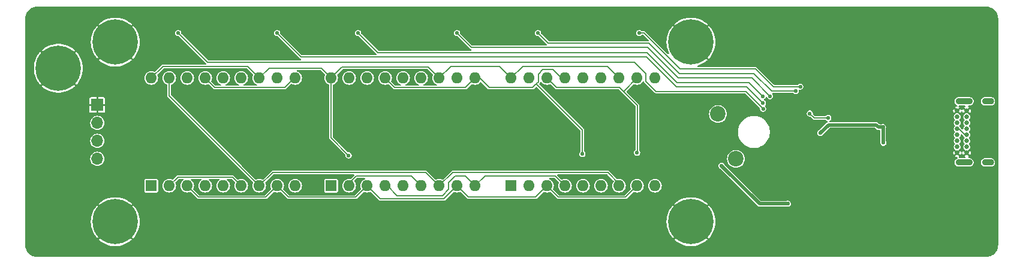
<source format=gbr>
%TF.GenerationSoftware,KiCad,Pcbnew,8.0.4*%
%TF.CreationDate,2024-09-01T22:21:07-05:00*%
%TF.ProjectId,caliper,63616c69-7065-4722-9e6b-696361645f70,rev?*%
%TF.SameCoordinates,Original*%
%TF.FileFunction,Copper,L1,Top*%
%TF.FilePolarity,Positive*%
%FSLAX46Y46*%
G04 Gerber Fmt 4.6, Leading zero omitted, Abs format (unit mm)*
G04 Created by KiCad (PCBNEW 8.0.4) date 2024-09-01 22:21:07*
%MOMM*%
%LPD*%
G01*
G04 APERTURE LIST*
%TA.AperFunction,ComponentPad*%
%ADD10C,0.800000*%
%TD*%
%TA.AperFunction,ComponentPad*%
%ADD11C,6.400000*%
%TD*%
%TA.AperFunction,ComponentPad*%
%ADD12R,1.700000X1.700000*%
%TD*%
%TA.AperFunction,ComponentPad*%
%ADD13O,1.700000X1.700000*%
%TD*%
%TA.AperFunction,ComponentPad*%
%ADD14O,1.700000X0.900000*%
%TD*%
%TA.AperFunction,ComponentPad*%
%ADD15O,2.400000X0.900000*%
%TD*%
%TA.AperFunction,ComponentPad*%
%ADD16C,0.650000*%
%TD*%
%TA.AperFunction,ComponentPad*%
%ADD17R,1.600000X1.600000*%
%TD*%
%TA.AperFunction,ComponentPad*%
%ADD18O,1.600000X1.600000*%
%TD*%
%TA.AperFunction,ComponentPad*%
%ADD19C,2.200000*%
%TD*%
%TA.AperFunction,ViaPad*%
%ADD20C,0.560000*%
%TD*%
%TA.AperFunction,ViaPad*%
%ADD21C,1.500000*%
%TD*%
%TA.AperFunction,Conductor*%
%ADD22C,0.508000*%
%TD*%
%TA.AperFunction,Conductor*%
%ADD23C,0.203200*%
%TD*%
G04 APERTURE END LIST*
D10*
%TO.P,M5,1,Pin_1*%
%TO.N,GND*%
X-71400000Y9000000D03*
X-70697056Y10697056D03*
X-70697056Y7302944D03*
X-69000000Y11400000D03*
D11*
X-69000000Y9000000D03*
D10*
X-69000000Y6600000D03*
X-67302944Y10697056D03*
X-67302944Y7302944D03*
X-66600000Y9000000D03*
%TD*%
%TO.P,M1,1,Pin_1*%
%TO.N,GND*%
X-63360000Y12690000D03*
X-62657056Y14387056D03*
X-62657056Y10992944D03*
X-60960000Y15090000D03*
D11*
X-60960000Y12690000D03*
D10*
X-60960000Y10290000D03*
X-59262944Y14387056D03*
X-59262944Y10992944D03*
X-58560000Y12690000D03*
%TD*%
%TO.P,M3,1,Pin_1*%
%TO.N,GND*%
X17920000Y12690000D03*
X18622944Y14387056D03*
X18622944Y10992944D03*
X20320000Y15090000D03*
D11*
X20320000Y12690000D03*
D10*
X20320000Y10290000D03*
X22017056Y14387056D03*
X22017056Y10992944D03*
X22720000Y12690000D03*
%TD*%
D12*
%TO.P,J2,1,Pin_1*%
%TO.N,GND*%
X-63500000Y3800000D03*
D13*
%TO.P,J2,2,Pin_2*%
%TO.N,Net-(J2-Pin_2)*%
X-63500000Y1260000D03*
%TO.P,J2,3,Pin_3*%
%TO.N,Net-(J2-Pin_3)*%
X-63500000Y-1280000D03*
%TO.P,J2,4,Pin_4*%
%TO.N,+1V8*%
X-63500000Y-3820000D03*
%TD*%
D14*
%TO.P,J1,1*%
%TO.N,N/C*%
X62260000Y-4325000D03*
D15*
%TO.P,J1,2*%
X58880000Y-4325000D03*
D14*
%TO.P,J1,3*%
X62260000Y4325000D03*
D15*
%TO.P,J1,4*%
X58880000Y4325000D03*
D16*
%TO.P,J1,A1,GND*%
%TO.N,GND*%
X57900000Y-2975000D03*
%TO.P,J1,A4,V_{BUS}*%
%TO.N,VBUS*%
X57900000Y-2125000D03*
%TO.P,J1,A5,CC1*%
%TO.N,Net-(J1-CC1)*%
X57900000Y-1275000D03*
%TO.P,J1,A6,D+1*%
%TO.N,Net-(J1-D+1)*%
X57900000Y-425000D03*
%TO.P,J1,A7,D-1*%
%TO.N,Net-(J1-D-1)*%
X57900000Y425000D03*
%TO.P,J1,A8,SBU1*%
%TO.N,unconnected-(J1-SBU1-PadA8)*%
X57900000Y1275000D03*
%TO.P,J1,A9,V_{BUS}*%
%TO.N,VBUS*%
X57900000Y2125000D03*
%TO.P,J1,A12,GND*%
%TO.N,GND*%
X57900000Y2975000D03*
%TO.P,J1,B1,GND*%
X59250000Y2975000D03*
%TO.P,J1,B4,V_{BUS}*%
%TO.N,VBUS*%
X59250000Y2125000D03*
%TO.P,J1,B5,CC2*%
%TO.N,Net-(J1-CC2)*%
X59250000Y1275000D03*
%TO.P,J1,B6,D+2*%
%TO.N,Net-(J1-D+1)*%
X59250000Y425000D03*
%TO.P,J1,B7,D-2*%
%TO.N,Net-(J1-D-1)*%
X59250000Y-425000D03*
%TO.P,J1,B8,SBU2*%
%TO.N,unconnected-(J1-SBU2-PadB8)*%
X59250000Y-1275000D03*
%TO.P,J1,B9,V_{BUS}*%
%TO.N,VBUS*%
X59250000Y-2125000D03*
%TO.P,J1,B12,GND*%
%TO.N,GND*%
X59250000Y-2975000D03*
%TD*%
D17*
%TO.P,U4,1,E*%
%TO.N,Net-(U2A-E)*%
X-5080000Y-7630000D03*
D18*
%TO.P,U4,2,D*%
%TO.N,Net-(U2A-D)*%
X-2540000Y-7630000D03*
%TO.P,U4,3,C*%
%TO.N,Net-(U2A-C)*%
X0Y-7630000D03*
%TO.P,U4,4,DP*%
%TO.N,Net-(U2A-DP)*%
X2540000Y-7630000D03*
%TO.P,U4,5,E*%
%TO.N,Net-(U2A-E)*%
X5080000Y-7630000D03*
%TO.P,U4,6,D*%
%TO.N,Net-(U2A-D)*%
X7620000Y-7630000D03*
%TO.P,U4,7,G*%
%TO.N,Net-(U2A-G)*%
X10160000Y-7630000D03*
%TO.P,U4,8,C*%
%TO.N,Net-(U2A-C)*%
X12700000Y-7630000D03*
%TO.P,U4,9,DP*%
%TO.N,Net-(U2A-DP)*%
X15240000Y-7630000D03*
%TO.P,U4,10,B*%
%TO.N,Net-(U2A-B)*%
X15240000Y7610000D03*
%TO.P,U4,11,A*%
%TO.N,Net-(U2A-A)*%
X12700000Y7610000D03*
%TO.P,U4,12,F*%
%TO.N,Net-(U2A-F)*%
X10160000Y7610000D03*
%TO.P,U4,13,CA*%
%TO.N,Net-(Q1-D)*%
X7620000Y7610000D03*
%TO.P,U4,14,CA*%
%TO.N,Net-(Q2-D)*%
X5080000Y7610000D03*
%TO.P,U4,15,B*%
%TO.N,Net-(U2A-B)*%
X2540000Y7610000D03*
%TO.P,U4,16,A*%
%TO.N,Net-(U2A-A)*%
X0Y7610000D03*
%TO.P,U4,17,G*%
%TO.N,Net-(U2A-G)*%
X-2540000Y7610000D03*
%TO.P,U4,18,F*%
%TO.N,Net-(U2A-F)*%
X-5080000Y7610000D03*
%TD*%
D17*
%TO.P,U3,1,E*%
%TO.N,Net-(U2A-E)*%
X-30480000Y-7630000D03*
D18*
%TO.P,U3,2,D*%
%TO.N,Net-(U2A-D)*%
X-27940000Y-7630000D03*
%TO.P,U3,3,C*%
%TO.N,Net-(U2A-C)*%
X-25400000Y-7630000D03*
%TO.P,U3,4,DP*%
%TO.N,Net-(U2A-DP)*%
X-22860000Y-7630000D03*
%TO.P,U3,5,E*%
%TO.N,Net-(U2A-E)*%
X-20320000Y-7630000D03*
%TO.P,U3,6,D*%
%TO.N,Net-(U2A-D)*%
X-17780000Y-7630000D03*
%TO.P,U3,7,G*%
%TO.N,Net-(U2A-G)*%
X-15240000Y-7630000D03*
%TO.P,U3,8,C*%
%TO.N,Net-(U2A-C)*%
X-12700000Y-7630000D03*
%TO.P,U3,9,DP*%
%TO.N,Net-(U2A-DP)*%
X-10160000Y-7630000D03*
%TO.P,U3,10,B*%
%TO.N,Net-(U2A-B)*%
X-10160000Y7610000D03*
%TO.P,U3,11,A*%
%TO.N,Net-(U2A-A)*%
X-12700000Y7610000D03*
%TO.P,U3,12,F*%
%TO.N,Net-(U2A-F)*%
X-15240000Y7610000D03*
%TO.P,U3,13,CA*%
%TO.N,Net-(Q3-D)*%
X-17780000Y7610000D03*
%TO.P,U3,14,CA*%
%TO.N,Net-(Q4-D)*%
X-20320000Y7610000D03*
%TO.P,U3,15,B*%
%TO.N,Net-(U2A-B)*%
X-22860000Y7610000D03*
%TO.P,U3,16,A*%
%TO.N,Net-(U2A-A)*%
X-25400000Y7610000D03*
%TO.P,U3,17,G*%
%TO.N,Net-(U2A-G)*%
X-27940000Y7610000D03*
%TO.P,U3,18,F*%
%TO.N,Net-(U2A-F)*%
X-30480000Y7610000D03*
%TD*%
D10*
%TO.P,M4,1,Pin_1*%
%TO.N,GND*%
X17920000Y-12710000D03*
X18622944Y-11012944D03*
X18622944Y-14407056D03*
X20320000Y-10310000D03*
D11*
X20320000Y-12710000D03*
D10*
X20320000Y-15110000D03*
X22017056Y-11012944D03*
X22017056Y-14407056D03*
X22720000Y-12710000D03*
%TD*%
D19*
%TO.P,SW3,1,1*%
%TO.N,Net-(U6-P22)*%
X24130000Y2530000D03*
%TO.P,SW3,2,2*%
%TO.N,Net-(R42-Pad2)*%
X26670000Y-3820000D03*
%TD*%
D17*
%TO.P,U2,1,E*%
%TO.N,Net-(U2A-E)*%
X-55880000Y-7630000D03*
D18*
%TO.P,U2,2,D*%
%TO.N,Net-(U2A-D)*%
X-53340000Y-7630000D03*
%TO.P,U2,3,C*%
%TO.N,Net-(U2A-C)*%
X-50800000Y-7630000D03*
%TO.P,U2,4,DP*%
%TO.N,Net-(U2A-DP)*%
X-48260000Y-7630000D03*
%TO.P,U2,5,E*%
%TO.N,Net-(U2A-E)*%
X-45720000Y-7630000D03*
%TO.P,U2,6,D*%
%TO.N,Net-(U2A-D)*%
X-43180000Y-7630000D03*
%TO.P,U2,7,G*%
%TO.N,Net-(U2A-G)*%
X-40640000Y-7630000D03*
%TO.P,U2,8,C*%
%TO.N,Net-(U2A-C)*%
X-38100000Y-7630000D03*
%TO.P,U2,9,DP*%
%TO.N,Net-(U2A-DP)*%
X-35560000Y-7630000D03*
%TO.P,U2,10,B*%
%TO.N,Net-(U2A-B)*%
X-35560000Y7610000D03*
%TO.P,U2,11,A*%
%TO.N,Net-(U2A-A)*%
X-38100000Y7610000D03*
%TO.P,U2,12,F*%
%TO.N,Net-(U2A-F)*%
X-40640000Y7610000D03*
%TO.P,U2,13,CA*%
%TO.N,Net-(Q5-D)*%
X-43180000Y7610000D03*
%TO.P,U2,14,CA*%
%TO.N,Net-(Q6-D)*%
X-45720000Y7610000D03*
%TO.P,U2,15,B*%
%TO.N,Net-(U2A-B)*%
X-48260000Y7610000D03*
%TO.P,U2,16,A*%
%TO.N,Net-(U2A-A)*%
X-50800000Y7610000D03*
%TO.P,U2,17,G*%
%TO.N,Net-(U2A-G)*%
X-53340000Y7610000D03*
%TO.P,U2,18,F*%
%TO.N,Net-(U2A-F)*%
X-55880000Y7610000D03*
%TD*%
D10*
%TO.P,M2,1,Pin_1*%
%TO.N,GND*%
X-63360000Y-12710000D03*
X-62657056Y-11012944D03*
X-62657056Y-14407056D03*
X-60960000Y-10310000D03*
D11*
X-60960000Y-12710000D03*
D10*
X-60960000Y-15110000D03*
X-59262944Y-11012944D03*
X-59262944Y-14407056D03*
X-58560000Y-12710000D03*
%TD*%
D20*
%TO.N,GND*%
X-36440000Y14170000D03*
X-54750000Y5750000D03*
X12750000Y5500000D03*
X0Y-3500000D03*
X53400000Y1340000D03*
X-53500000Y750000D03*
X41900000Y5500000D03*
X14750000Y-15750000D03*
D21*
X42100000Y-300000D03*
D20*
X55380000Y-5030000D03*
X-10250000Y-10000000D03*
X53840000Y-5040000D03*
X-25250000Y-10000000D03*
X0Y-10250000D03*
X21750000Y4750000D03*
X-48350000Y-14110000D03*
X-29250000Y4750000D03*
X2000000Y4750000D03*
X-17750000Y-3500000D03*
X41420000Y-7820000D03*
X-44720000Y-14730000D03*
X-51250000Y4750000D03*
X49000000Y-1200000D03*
X-50440000Y14220000D03*
X-6500000Y13000000D03*
X53400000Y-1540000D03*
X6430000Y14060000D03*
X-49000000Y-2250000D03*
D21*
X42100000Y-2200000D03*
D20*
X32530000Y-14550000D03*
X7620000Y-3500000D03*
X-10250000Y-3500000D03*
X-53500000Y-14010000D03*
X-25250000Y-3500000D03*
X-50950000Y-14010000D03*
X7750000Y-10000000D03*
X16500000Y-4750000D03*
X56270000Y-3570000D03*
X-46500000Y0D03*
X-52750000Y-14800000D03*
X-45720000Y-14730000D03*
X-43000000Y-3500000D03*
X50030000Y-15330000D03*
X36832499Y-200000D03*
X10250000Y4500000D03*
X-31750000Y4750000D03*
X41360000Y-15460000D03*
X34360000Y-15430000D03*
X15000000Y-10000000D03*
X37470000Y-14500000D03*
X55400000Y-2650000D03*
X15250000Y-3500000D03*
X-57220000Y4330000D03*
X48900000Y2400000D03*
D21*
X43900000Y-2200000D03*
D20*
X47000000Y4300000D03*
X49000000Y1300000D03*
X-18880000Y12930000D03*
X49800000Y700000D03*
X34640000Y1180000D03*
X-24980000Y14170000D03*
X390000Y14160000D03*
X-43940000Y-13970000D03*
X45700000Y4300000D03*
X26500000Y9500000D03*
X46710000Y-7280000D03*
X-51710000Y-14810000D03*
X-17750000Y-10250000D03*
X-35500000Y-3500000D03*
X-44560000Y11970000D03*
X-57260000Y-720000D03*
X40330000Y-15450000D03*
X-1250000Y4750000D03*
X33360000Y-15450000D03*
X-45750000Y-10000000D03*
X42180000Y-14650000D03*
X49250000Y-7500000D03*
X35090000Y-14560000D03*
X14400000Y14560000D03*
X45050000Y-7340000D03*
X49700000Y-800000D03*
X-31750000Y11750000D03*
X49700000Y-1700000D03*
X54600000Y1380000D03*
X-10970000Y14060000D03*
X31110000Y9630000D03*
X-35250000Y1000000D03*
D21*
X43900000Y-300000D03*
D20*
%TO.N,VCC*%
X24630000Y-4800000D03*
X33980000Y-10170000D03*
%TO.N,Net-(U6-VREG_{OUT})*%
X38570000Y-170000D03*
X47430000Y660000D03*
X47490000Y-1540000D03*
%TO.N,/DIGIT_{0}*%
X-52070000Y13970000D03*
X30500000Y3270000D03*
%TO.N,/DIGIT_{1}*%
X-38100000Y13970000D03*
X30480000Y4070000D03*
%TO.N,/DIGIT_{2}*%
X30430000Y5030000D03*
X-26670000Y13970000D03*
%TO.N,/DIGIT_{3}*%
X-12700000Y13970000D03*
X31470000Y5050000D03*
%TO.N,/DIGIT_{4}*%
X35080000Y5770000D03*
X-1270000Y13970000D03*
%TO.N,/DIGIT_{5}*%
X13000000Y13970000D03*
X35750000Y6400000D03*
%TO.N,Net-(U2A-F)*%
X-28015000Y-3330000D03*
%TO.N,Net-(U2A-B)*%
X5000000Y-3140000D03*
%TO.N,Net-(U2A-A)*%
X12710000Y-2930000D03*
%TO.N,Net-(U6-SWCLK)*%
X37100000Y2600000D03*
X39700000Y1970600D03*
%TD*%
D22*
%TO.N,VCC*%
X30000000Y-10170000D02*
X33980000Y-10170000D01*
X24630000Y-4800000D02*
X30000000Y-10170000D01*
%TO.N,Net-(U6-VREG_{OUT})*%
X46490000Y980000D02*
X46810000Y660000D01*
X46810000Y660000D02*
X47430000Y660000D01*
X38590000Y-170000D02*
X39740000Y980000D01*
D23*
X47490000Y-1540000D02*
X47430000Y-1480000D01*
D22*
X47430000Y-1480000D02*
X47430000Y660000D01*
D23*
X38570000Y-170000D02*
X38590000Y-170000D01*
D22*
X39740000Y980000D02*
X46490000Y980000D01*
D23*
%TO.N,Net-(J1-D-1)*%
X57900000Y425000D02*
X58135000Y425000D01*
X58985000Y-425000D02*
X59250000Y-425000D01*
X58135000Y425000D02*
X58985000Y-425000D01*
%TO.N,/DIGIT_{0}*%
X-47960000Y9860000D02*
X-52070000Y13970000D01*
X13970000Y7140000D02*
X13970000Y8255000D01*
X30500000Y3270000D02*
X28055000Y5715000D01*
X12365000Y9860000D02*
X-47960000Y9860000D01*
X15395000Y5715000D02*
X13970000Y7140000D01*
X13970000Y8255000D02*
X12365000Y9860000D01*
X28055000Y5715000D02*
X15395000Y5715000D01*
%TO.N,/DIGIT_{1}*%
X28200000Y6350000D02*
X18230000Y6350000D01*
X18230000Y6350000D02*
X14000000Y10580000D01*
X-34710000Y10580000D02*
X-38100000Y13970000D01*
X14000000Y10580000D02*
X-34710000Y10580000D01*
X30480000Y4070000D02*
X28200000Y6350000D01*
%TO.N,/DIGIT_{2}*%
X30430000Y5030000D02*
X28475000Y6985000D01*
X18375000Y6985000D02*
X14140000Y11220000D01*
X-23920000Y11220000D02*
X-26670000Y13970000D01*
X14140000Y11220000D02*
X-23920000Y11220000D01*
X28475000Y6985000D02*
X18375000Y6985000D01*
%TO.N,/DIGIT_{3}*%
X18520000Y7620000D02*
X14190000Y11950000D01*
X28900000Y7620000D02*
X18520000Y7620000D01*
X31470000Y5050000D02*
X28900000Y7620000D01*
X-10680000Y11950000D02*
X-12700000Y13970000D01*
X14190000Y11950000D02*
X-10680000Y11950000D01*
%TO.N,/DIGIT_{4}*%
X140000Y12560000D02*
X-1270000Y13970000D01*
X35080000Y5770000D02*
X31700000Y5770000D01*
X14350000Y12560000D02*
X140000Y12560000D01*
X18655000Y8255000D02*
X14350000Y12560000D01*
X29215000Y8255000D02*
X18655000Y8255000D01*
X31700000Y5770000D02*
X29215000Y8255000D01*
%TO.N,/DIGIT_{5}*%
X31940000Y6400000D02*
X35750000Y6400000D01*
X18800000Y8890000D02*
X29450000Y8890000D01*
X29450000Y8890000D02*
X31940000Y6400000D01*
X13720000Y13970000D02*
X18800000Y8890000D01*
X13000000Y13970000D02*
X13720000Y13970000D01*
%TO.N,Net-(U2A-DP)*%
X-8780000Y-6250000D02*
X1160000Y-6250000D01*
X-22860000Y-7630000D02*
X-22550000Y-7630000D01*
X-13890000Y-7140000D02*
X-13000000Y-6250000D01*
X-11540000Y-6250000D02*
X-10160000Y-7630000D01*
X-10160000Y-7630000D02*
X-8780000Y-6250000D01*
X1160000Y-6250000D02*
X2540000Y-7630000D01*
X-13000000Y-6250000D02*
X-11540000Y-6250000D01*
X-21180000Y-9000000D02*
X-14750000Y-9000000D01*
X-13890000Y-8140000D02*
X-13890000Y-7140000D01*
X-22550000Y-7630000D02*
X-21180000Y-9000000D01*
X-14750000Y-9000000D02*
X-13890000Y-8140000D01*
%TO.N,Net-(U2A-G)*%
X10160000Y-7310000D02*
X8600000Y-5750000D01*
X10160000Y-7630000D02*
X10160000Y-7310000D01*
X-53340000Y7610000D02*
X-53340000Y5090000D01*
X-38760000Y-5750000D02*
X-17120000Y-5750000D01*
X-13360000Y-5750000D02*
X-15240000Y-7630000D01*
X8600000Y-5750000D02*
X-13360000Y-5750000D01*
X-53340000Y5090000D02*
X-40640000Y-7610000D01*
X-40640000Y-7630000D02*
X-38760000Y-5750000D01*
X-17120000Y-5750000D02*
X-15240000Y-7630000D01*
X-40640000Y-7610000D02*
X-40640000Y-7630000D01*
X-15240000Y-7630000D02*
X-15240000Y-7620000D01*
%TO.N,Net-(U2A-F)*%
X-40640000Y7610000D02*
X-42290000Y9260000D01*
X-15240000Y7610000D02*
X-13600000Y9250000D01*
X-30480000Y7610000D02*
X-31880000Y9010000D01*
X-16760000Y9130000D02*
X-15240000Y7610000D01*
X-42290000Y9260000D02*
X-54230000Y9260000D01*
X-54230000Y9260000D02*
X-55880000Y7610000D01*
X-30480000Y7610000D02*
X-30480000Y-865000D01*
X-31880000Y9010000D02*
X-39240000Y9010000D01*
X-30480000Y7610000D02*
X-28960000Y9130000D01*
X8520000Y9250000D02*
X10160000Y7610000D01*
X-39240000Y9010000D02*
X-40640000Y7610000D01*
X-6720000Y9250000D02*
X-5080000Y7610000D01*
X-13600000Y9250000D02*
X-6720000Y9250000D01*
X-30480000Y-865000D02*
X-28015000Y-3330000D01*
X-3440000Y9250000D02*
X8520000Y9250000D01*
X-28960000Y9130000D02*
X-16760000Y9130000D01*
X-5080000Y7610000D02*
X-3440000Y9250000D01*
%TO.N,Net-(U2A-D)*%
X-52090000Y-6380000D02*
X-44430000Y-6380000D01*
X-19160000Y-6250000D02*
X-17780000Y-7630000D01*
X-27940000Y-7240000D02*
X-26950000Y-6250000D01*
X-53340000Y-7630000D02*
X-52090000Y-6380000D01*
X-44430000Y-6380000D02*
X-43180000Y-7630000D01*
X-27940000Y-7630000D02*
X-27940000Y-7240000D01*
X-26950000Y-6250000D02*
X-19160000Y-6250000D01*
%TO.N,Net-(U2A-C)*%
X-14570000Y-9500000D02*
X-23530000Y-9500000D01*
X-27020000Y-9250000D02*
X-36480000Y-9250000D01*
X-11080000Y-9250000D02*
X-12700000Y-7630000D01*
X-25400000Y-7630000D02*
X-27020000Y-9250000D01*
X-23530000Y-9500000D02*
X-25400000Y-7630000D01*
X11080000Y-9250000D02*
X12700000Y-7630000D01*
X-38100000Y-7630000D02*
X-39720000Y-9250000D01*
X-12700000Y-7630000D02*
X-14570000Y-9500000D01*
X-36480000Y-9250000D02*
X-38100000Y-7630000D01*
X0Y-7630000D02*
X1620000Y-9250000D01*
X-49180000Y-9250000D02*
X-50800000Y-7630000D01*
X-39720000Y-9250000D02*
X-49180000Y-9250000D01*
X-1620000Y-9250000D02*
X-11080000Y-9250000D01*
X0Y-7630000D02*
X-1620000Y-9250000D01*
X1620000Y-9250000D02*
X11080000Y-9250000D01*
%TO.N,Net-(U2A-B)*%
X2030000Y7610000D02*
X2540000Y7610000D01*
X-1510000Y6780000D02*
X-1230000Y7060000D01*
X5000000Y-3140000D02*
X5000000Y260000D01*
X-9515000Y7610000D02*
X-8155000Y6250000D01*
X840000Y8800000D02*
X2030000Y7610000D01*
X-37025000Y6250000D02*
X-46900000Y6250000D01*
X-1230000Y7060000D02*
X-1230000Y8150000D01*
X-22860000Y7610000D02*
X-21500000Y6250000D01*
X-8155000Y6250000D02*
X-2030000Y6250000D01*
X5000000Y260000D02*
X-1510000Y6770000D01*
X-10160000Y7610000D02*
X-9515000Y7610000D01*
X-11520000Y6250000D02*
X-10160000Y7610000D01*
X-35560000Y7610000D02*
X-35665000Y7610000D01*
X-580000Y8800000D02*
X840000Y8800000D01*
X-2030000Y6250000D02*
X-1510000Y6770000D01*
X-1510000Y6770000D02*
X-1510000Y6780000D01*
X-35665000Y7610000D02*
X-37025000Y6250000D01*
X-46900000Y6250000D02*
X-48260000Y7610000D01*
X-21500000Y6250000D02*
X-11520000Y6250000D01*
X-1230000Y8150000D02*
X-580000Y8800000D01*
%TO.N,Net-(U2A-A)*%
X10260000Y6250000D02*
X1360000Y6250000D01*
X12750000Y-2890000D02*
X12750000Y3760000D01*
X12690000Y7610000D02*
X10795000Y5715000D01*
X10795000Y5715000D02*
X10260000Y6250000D01*
X1360000Y6250000D02*
X0Y7610000D01*
X12750000Y3760000D02*
X10795000Y5715000D01*
X12700000Y7610000D02*
X12690000Y7610000D01*
X-25465000Y7675000D02*
X-25400000Y7610000D01*
X12710000Y-2930000D02*
X12750000Y-2890000D01*
%TO.N,Net-(U6-SWCLK)*%
X37729400Y1970600D02*
X37100000Y2600000D01*
X39700000Y1970600D02*
X37729400Y1970600D01*
%TD*%
%TA.AperFunction,Conductor*%
%TO.N,GND*%
G36*
X62004418Y17699184D02*
G01*
X62233017Y17682834D01*
X62250529Y17680316D01*
X62470137Y17632543D01*
X62487112Y17627559D01*
X62697688Y17549019D01*
X62713782Y17541669D01*
X62911036Y17433959D01*
X62925919Y17424394D01*
X63105836Y17289710D01*
X63119207Y17278124D01*
X63278124Y17119207D01*
X63289710Y17105836D01*
X63424394Y16925919D01*
X63433959Y16911036D01*
X63541669Y16713782D01*
X63549019Y16697688D01*
X63627559Y16487112D01*
X63632543Y16470137D01*
X63680316Y16250529D01*
X63682834Y16233017D01*
X63699184Y16004418D01*
X63699500Y15995572D01*
X63699500Y-15995572D01*
X63699184Y-16004418D01*
X63682834Y-16233017D01*
X63680316Y-16250529D01*
X63632543Y-16470137D01*
X63627559Y-16487112D01*
X63549019Y-16697688D01*
X63541669Y-16713782D01*
X63433959Y-16911036D01*
X63424394Y-16925919D01*
X63289710Y-17105836D01*
X63278124Y-17119207D01*
X63119207Y-17278124D01*
X63105836Y-17289710D01*
X62925919Y-17424394D01*
X62911036Y-17433959D01*
X62713782Y-17541669D01*
X62697688Y-17549019D01*
X62487112Y-17627559D01*
X62470137Y-17632543D01*
X62250529Y-17680316D01*
X62233017Y-17682834D01*
X62004418Y-17699184D01*
X61995572Y-17699500D01*
X-71995572Y-17699500D01*
X-72004418Y-17699184D01*
X-72233019Y-17682834D01*
X-72250531Y-17680316D01*
X-72470134Y-17632545D01*
X-72487110Y-17627561D01*
X-72697691Y-17549018D01*
X-72713784Y-17541668D01*
X-72911036Y-17433960D01*
X-72925919Y-17424395D01*
X-73105836Y-17289711D01*
X-73119207Y-17278125D01*
X-73278125Y-17119207D01*
X-73289711Y-17105836D01*
X-73424395Y-16925919D01*
X-73433960Y-16911036D01*
X-73541668Y-16713784D01*
X-73549018Y-16697691D01*
X-73627561Y-16487110D01*
X-73632545Y-16470134D01*
X-73680316Y-16250531D01*
X-73682834Y-16233019D01*
X-73699184Y-16004418D01*
X-73699500Y-15995572D01*
X-73699500Y-12709997D01*
X-64415067Y-12709997D01*
X-64415067Y-12710002D01*
X-64394813Y-13083555D01*
X-64394811Y-13083572D01*
X-64334291Y-13452724D01*
X-64334285Y-13452750D01*
X-64234208Y-13813197D01*
X-64234206Y-13813204D01*
X-64095738Y-14160735D01*
X-64095729Y-14160753D01*
X-63920498Y-14491273D01*
X-63710555Y-14800916D01*
X-63488783Y-15062006D01*
X-63488782Y-15062007D01*
X-62179758Y-13752983D01*
X-62002983Y-13929759D01*
X-63309629Y-15236405D01*
X-63196758Y-15343324D01*
X-62898934Y-15569723D01*
X-62898918Y-15569734D01*
X-62578387Y-15762590D01*
X-62578374Y-15762597D01*
X-62238862Y-15919672D01*
X-61884327Y-16039130D01*
X-61518966Y-16119552D01*
X-61147055Y-16159999D01*
X-61147048Y-16160000D01*
X-60772952Y-16160000D01*
X-60772944Y-16159999D01*
X-60401033Y-16119552D01*
X-60035672Y-16039130D01*
X-59681137Y-15919672D01*
X-59341625Y-15762597D01*
X-59341612Y-15762590D01*
X-59021081Y-15569734D01*
X-59021065Y-15569723D01*
X-58723246Y-15343328D01*
X-58723237Y-15343320D01*
X-58610369Y-15236406D01*
X-58610369Y-15236405D01*
X-59917016Y-13929758D01*
X-59740240Y-13752982D01*
X-58431216Y-15062007D01*
X-58431215Y-15062006D01*
X-58209451Y-14800925D01*
X-58209444Y-14800915D01*
X-57999501Y-14491273D01*
X-57824270Y-14160753D01*
X-57824261Y-14160735D01*
X-57685793Y-13813204D01*
X-57685791Y-13813197D01*
X-57585714Y-13452750D01*
X-57585708Y-13452724D01*
X-57525188Y-13083572D01*
X-57525186Y-13083555D01*
X-57504933Y-12710002D01*
X-57504933Y-12709997D01*
X16864933Y-12709997D01*
X16864933Y-12710002D01*
X16885186Y-13083555D01*
X16885188Y-13083572D01*
X16945708Y-13452724D01*
X16945714Y-13452750D01*
X17045791Y-13813197D01*
X17045793Y-13813204D01*
X17184261Y-14160735D01*
X17184270Y-14160753D01*
X17359501Y-14491273D01*
X17569444Y-14800915D01*
X17569451Y-14800925D01*
X17791215Y-15062006D01*
X17791216Y-15062007D01*
X19100240Y-13752982D01*
X19277016Y-13929758D01*
X17970369Y-15236405D01*
X17970369Y-15236406D01*
X18083237Y-15343320D01*
X18083246Y-15343328D01*
X18381065Y-15569723D01*
X18381081Y-15569734D01*
X18701612Y-15762590D01*
X18701625Y-15762597D01*
X19041137Y-15919672D01*
X19395672Y-16039130D01*
X19761033Y-16119552D01*
X20132944Y-16159999D01*
X20132952Y-16160000D01*
X20507048Y-16160000D01*
X20507055Y-16159999D01*
X20878966Y-16119552D01*
X21244327Y-16039130D01*
X21598862Y-15919672D01*
X21938374Y-15762597D01*
X21938387Y-15762590D01*
X22258918Y-15569734D01*
X22258934Y-15569723D01*
X22556758Y-15343324D01*
X22669629Y-15236405D01*
X21362983Y-13929759D01*
X21539758Y-13752983D01*
X22848782Y-15062007D01*
X22848783Y-15062006D01*
X23070555Y-14800916D01*
X23280498Y-14491273D01*
X23455729Y-14160753D01*
X23455738Y-14160735D01*
X23594206Y-13813204D01*
X23594208Y-13813197D01*
X23694285Y-13452750D01*
X23694291Y-13452724D01*
X23754811Y-13083572D01*
X23754813Y-13083555D01*
X23775067Y-12710002D01*
X23775067Y-12709997D01*
X23754813Y-12336444D01*
X23754811Y-12336427D01*
X23694291Y-11967275D01*
X23694285Y-11967249D01*
X23594208Y-11606802D01*
X23594206Y-11606795D01*
X23455738Y-11259264D01*
X23455729Y-11259246D01*
X23280498Y-10928726D01*
X23070555Y-10619084D01*
X23070548Y-10619074D01*
X22848783Y-10357992D01*
X22848782Y-10357991D01*
X21539758Y-11667016D01*
X21362982Y-11490240D01*
X22669629Y-10183593D01*
X22669629Y-10183592D01*
X22556763Y-10076679D01*
X22556753Y-10076671D01*
X22258934Y-9850276D01*
X22258918Y-9850265D01*
X21938387Y-9657409D01*
X21938374Y-9657402D01*
X21598862Y-9500327D01*
X21244327Y-9380869D01*
X20878966Y-9300447D01*
X20507055Y-9260000D01*
X20132944Y-9260000D01*
X19761033Y-9300447D01*
X19395672Y-9380869D01*
X19041137Y-9500327D01*
X18701625Y-9657402D01*
X18701612Y-9657409D01*
X18381081Y-9850265D01*
X18381065Y-9850276D01*
X18083236Y-10076678D01*
X18083235Y-10076679D01*
X17970369Y-10183592D01*
X17970368Y-10183593D01*
X19277016Y-11490241D01*
X19100241Y-11667016D01*
X17791216Y-10357991D01*
X17791215Y-10357992D01*
X17569447Y-10619079D01*
X17359501Y-10928726D01*
X17184270Y-11259246D01*
X17184261Y-11259264D01*
X17045793Y-11606795D01*
X17045791Y-11606802D01*
X16945714Y-11967249D01*
X16945708Y-11967275D01*
X16885188Y-12336427D01*
X16885186Y-12336444D01*
X16864933Y-12709997D01*
X-57504933Y-12709997D01*
X-57525186Y-12336444D01*
X-57525188Y-12336427D01*
X-57585708Y-11967275D01*
X-57585714Y-11967249D01*
X-57685791Y-11606802D01*
X-57685793Y-11606795D01*
X-57824261Y-11259264D01*
X-57824270Y-11259246D01*
X-57999501Y-10928726D01*
X-58209447Y-10619079D01*
X-58431215Y-10357992D01*
X-58431216Y-10357991D01*
X-59740241Y-11667016D01*
X-59917016Y-11490241D01*
X-58610368Y-10183593D01*
X-58610369Y-10183592D01*
X-58723235Y-10076679D01*
X-58723236Y-10076678D01*
X-59021065Y-9850276D01*
X-59021081Y-9850265D01*
X-59341612Y-9657409D01*
X-59341625Y-9657402D01*
X-59681137Y-9500327D01*
X-60035672Y-9380869D01*
X-60401033Y-9300447D01*
X-60772944Y-9260000D01*
X-61147055Y-9260000D01*
X-61518966Y-9300447D01*
X-61884327Y-9380869D01*
X-62238862Y-9500327D01*
X-62578374Y-9657402D01*
X-62578387Y-9657409D01*
X-62898918Y-9850265D01*
X-62898934Y-9850276D01*
X-63196753Y-10076671D01*
X-63196763Y-10076679D01*
X-63309629Y-10183592D01*
X-63309629Y-10183593D01*
X-62002982Y-11490240D01*
X-62179758Y-11667016D01*
X-63488782Y-10357991D01*
X-63488783Y-10357992D01*
X-63710548Y-10619074D01*
X-63710555Y-10619084D01*
X-63920498Y-10928726D01*
X-64095729Y-11259246D01*
X-64095738Y-11259264D01*
X-64234206Y-11606795D01*
X-64234208Y-11606802D01*
X-64334285Y-11967249D01*
X-64334291Y-11967275D01*
X-64394811Y-12336427D01*
X-64394813Y-12336444D01*
X-64415067Y-12709997D01*
X-73699500Y-12709997D01*
X-73699500Y-6815177D01*
X-56830500Y-6815177D01*
X-56830500Y-8444822D01*
X-56822379Y-8485644D01*
X-56821767Y-8488722D01*
X-56788504Y-8538504D01*
X-56738722Y-8571767D01*
X-56738717Y-8571767D01*
X-56738717Y-8571768D01*
X-56694822Y-8580500D01*
X-56694820Y-8580500D01*
X-55065177Y-8580500D01*
X-55021282Y-8571768D01*
X-55021281Y-8571767D01*
X-55021278Y-8571767D01*
X-54971496Y-8538504D01*
X-54960176Y-8521563D01*
X-54938234Y-8488724D01*
X-54938231Y-8488717D01*
X-54929500Y-8444822D01*
X-54929500Y-6815177D01*
X-54929499Y-6815177D01*
X-54938231Y-6771282D01*
X-54938234Y-6771275D01*
X-54971495Y-6721496D01*
X-54971496Y-6721495D01*
X-55021275Y-6688234D01*
X-55021282Y-6688231D01*
X-55065178Y-6679500D01*
X-55065180Y-6679500D01*
X-56694820Y-6679500D01*
X-56694822Y-6679500D01*
X-56738717Y-6688231D01*
X-56738724Y-6688234D01*
X-56747129Y-6693850D01*
X-56788504Y-6721496D01*
X-56821767Y-6771278D01*
X-56821767Y-6771281D01*
X-56821768Y-6771282D01*
X-56830500Y-6815177D01*
X-73699500Y-6815177D01*
X-73699500Y-3820000D01*
X-64505341Y-3820000D01*
X-64486024Y-4016132D01*
X-64428814Y-4204727D01*
X-64428811Y-4204732D01*
X-64428811Y-4204733D01*
X-64404973Y-4249330D01*
X-64335910Y-4378538D01*
X-64210883Y-4530883D01*
X-64058538Y-4655910D01*
X-63884727Y-4748814D01*
X-63696132Y-4806024D01*
X-63500000Y-4825341D01*
X-63303868Y-4806024D01*
X-63115273Y-4748814D01*
X-63115269Y-4748811D01*
X-63115266Y-4748811D01*
X-62941467Y-4655913D01*
X-62941460Y-4655909D01*
X-62789116Y-4530883D01*
X-62664090Y-4378539D01*
X-62664086Y-4378532D01*
X-62571188Y-4204733D01*
X-62513975Y-4016129D01*
X-62494659Y-3820000D01*
X-62513975Y-3623870D01*
X-62571188Y-3435266D01*
X-62664086Y-3261467D01*
X-62664090Y-3261460D01*
X-62789116Y-3109116D01*
X-62941460Y-2984090D01*
X-62941467Y-2984086D01*
X-63115266Y-2891188D01*
X-63303870Y-2833975D01*
X-63500000Y-2814659D01*
X-63696129Y-2833975D01*
X-63696132Y-2833976D01*
X-63884727Y-2891186D01*
X-63884733Y-2891188D01*
X-64058532Y-2984086D01*
X-64058539Y-2984090D01*
X-64210883Y-3109116D01*
X-64335909Y-3261460D01*
X-64335913Y-3261467D01*
X-64428811Y-3435266D01*
X-64428811Y-3435269D01*
X-64428814Y-3435273D01*
X-64486024Y-3623868D01*
X-64505341Y-3820000D01*
X-73699500Y-3820000D01*
X-73699500Y-1280000D01*
X-64505341Y-1280000D01*
X-64486024Y-1476132D01*
X-64428814Y-1664727D01*
X-64335910Y-1838538D01*
X-64210883Y-1990883D01*
X-64058538Y-2115910D01*
X-63884727Y-2208814D01*
X-63696132Y-2266024D01*
X-63500000Y-2285341D01*
X-63303868Y-2266024D01*
X-63115273Y-2208814D01*
X-63115269Y-2208811D01*
X-63115266Y-2208811D01*
X-62941467Y-2115913D01*
X-62941460Y-2115909D01*
X-62789116Y-1990883D01*
X-62664090Y-1838539D01*
X-62664086Y-1838532D01*
X-62571188Y-1664733D01*
X-62570520Y-1662533D01*
X-62513976Y-1476132D01*
X-62513975Y-1476129D01*
X-62494659Y-1280000D01*
X-62513975Y-1083870D01*
X-62571188Y-895266D01*
X-62664086Y-721467D01*
X-62664090Y-721460D01*
X-62789116Y-569116D01*
X-62941460Y-444090D01*
X-62941467Y-444086D01*
X-63115266Y-351188D01*
X-63303870Y-293975D01*
X-63500000Y-274659D01*
X-63696129Y-293975D01*
X-63696132Y-293976D01*
X-63884727Y-351186D01*
X-63884733Y-351188D01*
X-64058532Y-444086D01*
X-64058539Y-444090D01*
X-64210883Y-569116D01*
X-64335909Y-721460D01*
X-64335913Y-721467D01*
X-64428811Y-895266D01*
X-64428811Y-895269D01*
X-64428814Y-895273D01*
X-64486024Y-1083868D01*
X-64505341Y-1280000D01*
X-73699500Y-1280000D01*
X-73699500Y1260000D01*
X-64505341Y1260000D01*
X-64486024Y1063868D01*
X-64428814Y875273D01*
X-64428811Y875269D01*
X-64428811Y875266D01*
X-64335913Y701467D01*
X-64335909Y701460D01*
X-64210883Y549116D01*
X-64058539Y424090D01*
X-64058532Y424086D01*
X-63884733Y331188D01*
X-63884727Y331186D01*
X-63866767Y325738D01*
X-63696129Y273975D01*
X-63500000Y254659D01*
X-63303870Y273975D01*
X-63115266Y331188D01*
X-62941467Y424086D01*
X-62941460Y424090D01*
X-62789116Y549116D01*
X-62664090Y701460D01*
X-62664086Y701467D01*
X-62571188Y875266D01*
X-62513975Y1063870D01*
X-62494659Y1260000D01*
X-62513975Y1456129D01*
X-62563320Y1618797D01*
X-62571186Y1644727D01*
X-62571188Y1644733D01*
X-62664086Y1818532D01*
X-62664090Y1818539D01*
X-62789116Y1970883D01*
X-62941460Y2095909D01*
X-62941467Y2095913D01*
X-63115266Y2188811D01*
X-63115269Y2188811D01*
X-63115273Y2188814D01*
X-63303868Y2246024D01*
X-63500000Y2265341D01*
X-63696132Y2246024D01*
X-63884727Y2188814D01*
X-64058538Y2095910D01*
X-64210883Y1970883D01*
X-64335910Y1818538D01*
X-64366160Y1761945D01*
X-64408702Y1682353D01*
X-64428814Y1644727D01*
X-64486024Y1456132D01*
X-64505341Y1260000D01*
X-73699500Y1260000D01*
X-73699500Y4674626D01*
X-64600000Y4674626D01*
X-64600000Y3925000D01*
X-63984144Y3925000D01*
X-64000000Y3865826D01*
X-64000000Y3734174D01*
X-63984144Y3675000D01*
X-64600000Y3675000D01*
X-64600000Y2925373D01*
X-64599999Y2925371D01*
X-64585496Y2852459D01*
X-64585494Y2852455D01*
X-64530239Y2769760D01*
X-64447544Y2714505D01*
X-64447540Y2714503D01*
X-64374628Y2700000D01*
X-63625000Y2700000D01*
X-63625000Y3315855D01*
X-63565826Y3300000D01*
X-63434174Y3300000D01*
X-63375000Y3315855D01*
X-63375000Y2700000D01*
X-62625371Y2700000D01*
X-62552459Y2714503D01*
X-62552455Y2714505D01*
X-62469760Y2769760D01*
X-62414505Y2852455D01*
X-62414503Y2852459D01*
X-62400000Y2925371D01*
X-62400000Y3675000D01*
X-63015856Y3675000D01*
X-63000000Y3734174D01*
X-63000000Y3865826D01*
X-63015856Y3925000D01*
X-62400000Y3925000D01*
X-62400000Y4674628D01*
X-62414503Y4747540D01*
X-62414505Y4747544D01*
X-62469760Y4830239D01*
X-62552455Y4885494D01*
X-62552459Y4885496D01*
X-62625373Y4900000D01*
X-63375000Y4900000D01*
X-63375000Y4284144D01*
X-63434174Y4300000D01*
X-63565826Y4300000D01*
X-63625000Y4284144D01*
X-63625000Y4900000D01*
X-64374627Y4900000D01*
X-64447540Y4885496D01*
X-64447544Y4885494D01*
X-64530239Y4830239D01*
X-64585494Y4747544D01*
X-64585496Y4747540D01*
X-64599999Y4674628D01*
X-64600000Y4674626D01*
X-73699500Y4674626D01*
X-73699500Y9000002D01*
X-72455067Y9000002D01*
X-72455067Y8999997D01*
X-72434813Y8626444D01*
X-72434811Y8626427D01*
X-72374291Y8257275D01*
X-72374285Y8257249D01*
X-72274208Y7896802D01*
X-72274206Y7896795D01*
X-72135738Y7549264D01*
X-72135729Y7549246D01*
X-71960498Y7218726D01*
X-71750555Y6909084D01*
X-71750548Y6909074D01*
X-71528783Y6647992D01*
X-71528782Y6647991D01*
X-70219758Y7957016D01*
X-70042982Y7780240D01*
X-71349629Y6473593D01*
X-71349629Y6473592D01*
X-71236763Y6366679D01*
X-71236753Y6366671D01*
X-70938934Y6140276D01*
X-70938918Y6140265D01*
X-70618387Y5947409D01*
X-70618374Y5947402D01*
X-70278862Y5790327D01*
X-69924327Y5670869D01*
X-69558966Y5590447D01*
X-69187055Y5550000D01*
X-68812944Y5550000D01*
X-68441033Y5590447D01*
X-68075672Y5670869D01*
X-67721137Y5790327D01*
X-67381625Y5947402D01*
X-67381612Y5947409D01*
X-67061081Y6140265D01*
X-67061065Y6140276D01*
X-66763236Y6366678D01*
X-66763235Y6366679D01*
X-66650369Y6473592D01*
X-66650368Y6473593D01*
X-67957017Y7780240D01*
X-67780241Y7957016D01*
X-66471216Y6647991D01*
X-66471215Y6647992D01*
X-66249447Y6909079D01*
X-66039501Y7218726D01*
X-65864270Y7549246D01*
X-65864261Y7549264D01*
X-65840062Y7610000D01*
X-56835099Y7610000D01*
X-56816747Y7423669D01*
X-56799830Y7367900D01*
X-56762395Y7244497D01*
X-56674137Y7079376D01*
X-56674135Y7079373D01*
X-56555357Y6934642D01*
X-56410626Y6815864D01*
X-56410623Y6815862D01*
X-56245502Y6727604D01*
X-56066333Y6673253D01*
X-56066331Y6673252D01*
X-55880000Y6654901D01*
X-55693668Y6673252D01*
X-55693666Y6673253D01*
X-55514497Y6727604D01*
X-55349376Y6815862D01*
X-55349373Y6815864D01*
X-55204642Y6934642D01*
X-55085864Y7079373D01*
X-55085862Y7079376D01*
X-54997604Y7244497D01*
X-54943253Y7423666D01*
X-54943252Y7423668D01*
X-54924901Y7610000D01*
X-54295099Y7610000D01*
X-54276747Y7423669D01*
X-54259830Y7367900D01*
X-54222395Y7244497D01*
X-54134137Y7079376D01*
X-54134135Y7079373D01*
X-54015357Y6934642D01*
X-53870626Y6815864D01*
X-53870623Y6815862D01*
X-53705504Y6727605D01*
X-53680102Y6719899D01*
X-53621664Y6681600D01*
X-53593209Y6617787D01*
X-53592100Y6601239D01*
X-53592100Y5140146D01*
X-53592100Y5039854D01*
X-53553720Y4947197D01*
X-41524594Y-7081927D01*
X-41491111Y-7143248D01*
X-41496095Y-7212940D01*
X-41502919Y-7228059D01*
X-41522394Y-7264496D01*
X-41522396Y-7264499D01*
X-41576747Y-7443669D01*
X-41595099Y-7630000D01*
X-41576747Y-7816331D01*
X-41522396Y-7995501D01*
X-41434136Y-8160625D01*
X-41315357Y-8305357D01*
X-41170625Y-8424136D01*
X-41005501Y-8512396D01*
X-40826331Y-8566747D01*
X-40640000Y-8585099D01*
X-40470374Y-8568392D01*
X-40453668Y-8566747D01*
X-40453666Y-8566746D01*
X-40274499Y-8512396D01*
X-40271219Y-8510643D01*
X-40109376Y-8424137D01*
X-40109373Y-8424135D01*
X-39964642Y-8305357D01*
X-39845864Y-8160626D01*
X-39845862Y-8160623D01*
X-39757604Y-7995502D01*
X-39703253Y-7816333D01*
X-39703252Y-7816331D01*
X-39684901Y-7630000D01*
X-39703252Y-7443668D01*
X-39703253Y-7443666D01*
X-39757602Y-7264502D01*
X-39757605Y-7264496D01*
X-39770116Y-7241088D01*
X-39784355Y-7172685D01*
X-39759352Y-7107442D01*
X-39748436Y-7094959D01*
X-38691896Y-6038419D01*
X-38630573Y-6004934D01*
X-38604215Y-6002100D01*
X-27357985Y-6002100D01*
X-27290946Y-6021785D01*
X-27245191Y-6074589D01*
X-27235247Y-6143747D01*
X-27264272Y-6207303D01*
X-27270304Y-6213781D01*
X-27708654Y-6652131D01*
X-27769977Y-6685616D01*
X-27808488Y-6687853D01*
X-27939999Y-6674901D01*
X-27940000Y-6674901D01*
X-28126331Y-6693252D01*
X-28126333Y-6693253D01*
X-28305502Y-6747604D01*
X-28470623Y-6835862D01*
X-28470626Y-6835864D01*
X-28615357Y-6954642D01*
X-28734135Y-7099373D01*
X-28734137Y-7099376D01*
X-28801804Y-7225973D01*
X-28822396Y-7264499D01*
X-28876747Y-7443669D01*
X-28895099Y-7630000D01*
X-28876747Y-7816331D01*
X-28822396Y-7995501D01*
X-28734136Y-8160625D01*
X-28615357Y-8305357D01*
X-28470625Y-8424136D01*
X-28305501Y-8512396D01*
X-28126331Y-8566747D01*
X-27940000Y-8585099D01*
X-27770374Y-8568392D01*
X-27753668Y-8566747D01*
X-27753666Y-8566746D01*
X-27574499Y-8512396D01*
X-27571219Y-8510643D01*
X-27409376Y-8424137D01*
X-27409373Y-8424135D01*
X-27264642Y-8305357D01*
X-27145864Y-8160626D01*
X-27145862Y-8160623D01*
X-27057604Y-7995502D01*
X-27003253Y-7816333D01*
X-27003252Y-7816331D01*
X-26984901Y-7630000D01*
X-27003252Y-7443668D01*
X-27003253Y-7443666D01*
X-27057604Y-7264497D01*
X-27145862Y-7099376D01*
X-27145864Y-7099373D01*
X-27208435Y-7023130D01*
X-27235747Y-6958820D01*
X-27223955Y-6889952D01*
X-27200262Y-6856785D01*
X-26881896Y-6538419D01*
X-26820573Y-6504934D01*
X-26794215Y-6502100D01*
X-25792122Y-6502100D01*
X-25725083Y-6521785D01*
X-25679328Y-6574589D01*
X-25669384Y-6643747D01*
X-25698409Y-6707303D01*
X-25756125Y-6744759D01*
X-25765501Y-6747604D01*
X-25765504Y-6747605D01*
X-25765505Y-6747606D01*
X-25930623Y-6835862D01*
X-25930626Y-6835864D01*
X-26075357Y-6954642D01*
X-26194135Y-7099373D01*
X-26194137Y-7099376D01*
X-26261804Y-7225973D01*
X-26282396Y-7264499D01*
X-26336747Y-7443669D01*
X-26355099Y-7630000D01*
X-26336747Y-7816331D01*
X-26282396Y-7995501D01*
X-26282395Y-7995502D01*
X-26269886Y-8018905D01*
X-26255644Y-8087307D01*
X-26280643Y-8152551D01*
X-26291563Y-8165040D01*
X-27088104Y-8961581D01*
X-27149427Y-8995066D01*
X-27175785Y-8997900D01*
X-36324215Y-8997900D01*
X-36391254Y-8978215D01*
X-36411896Y-8961581D01*
X-37208436Y-8165039D01*
X-37241921Y-8103716D01*
X-37236937Y-8034024D01*
X-37230114Y-8018907D01*
X-37217605Y-7995504D01*
X-37217602Y-7995497D01*
X-37163253Y-7816333D01*
X-37163252Y-7816331D01*
X-37144901Y-7630000D01*
X-36515099Y-7630000D01*
X-36496747Y-7816331D01*
X-36442396Y-7995501D01*
X-36354136Y-8160625D01*
X-36235357Y-8305357D01*
X-36090625Y-8424136D01*
X-35925501Y-8512396D01*
X-35746331Y-8566747D01*
X-35560000Y-8585099D01*
X-35390374Y-8568392D01*
X-35373668Y-8566747D01*
X-35373666Y-8566746D01*
X-35194499Y-8512396D01*
X-35191219Y-8510643D01*
X-35029376Y-8424137D01*
X-35029373Y-8424135D01*
X-34884642Y-8305357D01*
X-34765864Y-8160626D01*
X-34765862Y-8160623D01*
X-34677604Y-7995502D01*
X-34623253Y-7816333D01*
X-34623252Y-7816331D01*
X-34604901Y-7630000D01*
X-34623252Y-7443668D01*
X-34623253Y-7443666D01*
X-34677604Y-7264497D01*
X-34765862Y-7099376D01*
X-34765864Y-7099373D01*
X-34884642Y-6954642D01*
X-35029373Y-6835864D01*
X-35029376Y-6835862D01*
X-35068075Y-6815177D01*
X-31430500Y-6815177D01*
X-31430500Y-8444822D01*
X-31422379Y-8485644D01*
X-31421767Y-8488722D01*
X-31388504Y-8538504D01*
X-31338722Y-8571767D01*
X-31338717Y-8571767D01*
X-31338717Y-8571768D01*
X-31294822Y-8580500D01*
X-31294820Y-8580500D01*
X-29665177Y-8580500D01*
X-29621282Y-8571768D01*
X-29621281Y-8571767D01*
X-29621278Y-8571767D01*
X-29571496Y-8538504D01*
X-29560176Y-8521563D01*
X-29538234Y-8488724D01*
X-29538231Y-8488717D01*
X-29529500Y-8444822D01*
X-29529500Y-6815177D01*
X-29529499Y-6815177D01*
X-29538231Y-6771282D01*
X-29538234Y-6771275D01*
X-29571495Y-6721496D01*
X-29571496Y-6721495D01*
X-29621275Y-6688234D01*
X-29621282Y-6688231D01*
X-29665178Y-6679500D01*
X-29665180Y-6679500D01*
X-31294820Y-6679500D01*
X-31294822Y-6679500D01*
X-31338717Y-6688231D01*
X-31338724Y-6688234D01*
X-31347129Y-6693850D01*
X-31388504Y-6721496D01*
X-31421767Y-6771278D01*
X-31421767Y-6771281D01*
X-31421768Y-6771282D01*
X-31430500Y-6815177D01*
X-35068075Y-6815177D01*
X-35194497Y-6747604D01*
X-35373666Y-6693253D01*
X-35373668Y-6693252D01*
X-35560000Y-6674901D01*
X-35746331Y-6693252D01*
X-35746333Y-6693253D01*
X-35925502Y-6747604D01*
X-36090623Y-6835862D01*
X-36090626Y-6835864D01*
X-36235357Y-6954642D01*
X-36354135Y-7099373D01*
X-36354137Y-7099376D01*
X-36421804Y-7225973D01*
X-36442396Y-7264499D01*
X-36496747Y-7443669D01*
X-36515099Y-7630000D01*
X-37144901Y-7630000D01*
X-37163252Y-7443668D01*
X-37163253Y-7443666D01*
X-37217604Y-7264497D01*
X-37305862Y-7099376D01*
X-37305864Y-7099373D01*
X-37424642Y-6954642D01*
X-37569373Y-6835864D01*
X-37569376Y-6835862D01*
X-37734497Y-6747604D01*
X-37913666Y-6693253D01*
X-37913668Y-6693252D01*
X-38100000Y-6674901D01*
X-38286331Y-6693252D01*
X-38286333Y-6693253D01*
X-38465502Y-6747604D01*
X-38630623Y-6835862D01*
X-38630626Y-6835864D01*
X-38775357Y-6954642D01*
X-38894135Y-7099373D01*
X-38894137Y-7099376D01*
X-38961804Y-7225973D01*
X-38982396Y-7264499D01*
X-39036747Y-7443669D01*
X-39055099Y-7630000D01*
X-39036747Y-7816331D01*
X-38982396Y-7995501D01*
X-38982395Y-7995502D01*
X-38969886Y-8018905D01*
X-38955644Y-8087307D01*
X-38980643Y-8152551D01*
X-38991563Y-8165040D01*
X-39788104Y-8961581D01*
X-39849427Y-8995066D01*
X-39875785Y-8997900D01*
X-49024215Y-8997900D01*
X-49091254Y-8978215D01*
X-49111896Y-8961581D01*
X-49908436Y-8165039D01*
X-49941921Y-8103716D01*
X-49936937Y-8034024D01*
X-49930114Y-8018907D01*
X-49917605Y-7995504D01*
X-49917602Y-7995497D01*
X-49863253Y-7816333D01*
X-49863252Y-7816331D01*
X-49844901Y-7630000D01*
X-49863252Y-7443668D01*
X-49863253Y-7443666D01*
X-49917604Y-7264497D01*
X-50005862Y-7099376D01*
X-50005864Y-7099373D01*
X-50124642Y-6954642D01*
X-50249770Y-6851953D01*
X-50289104Y-6794207D01*
X-50290975Y-6724363D01*
X-50254787Y-6664594D01*
X-50192031Y-6633879D01*
X-50171105Y-6632100D01*
X-48888895Y-6632100D01*
X-48821856Y-6651785D01*
X-48776101Y-6704589D01*
X-48766157Y-6773747D01*
X-48795182Y-6837303D01*
X-48810230Y-6851953D01*
X-48935357Y-6954642D01*
X-49054135Y-7099373D01*
X-49054137Y-7099376D01*
X-49121804Y-7225973D01*
X-49142396Y-7264499D01*
X-49196747Y-7443669D01*
X-49215099Y-7630000D01*
X-49196747Y-7816331D01*
X-49142396Y-7995501D01*
X-49054136Y-8160625D01*
X-48935357Y-8305357D01*
X-48790625Y-8424136D01*
X-48625501Y-8512396D01*
X-48446331Y-8566747D01*
X-48260000Y-8585099D01*
X-48090374Y-8568392D01*
X-48073668Y-8566747D01*
X-48073666Y-8566746D01*
X-47894499Y-8512396D01*
X-47891219Y-8510643D01*
X-47729376Y-8424137D01*
X-47729373Y-8424135D01*
X-47584642Y-8305357D01*
X-47465864Y-8160626D01*
X-47465862Y-8160623D01*
X-47377604Y-7995502D01*
X-47323253Y-7816333D01*
X-47323252Y-7816331D01*
X-47304901Y-7630000D01*
X-47323252Y-7443668D01*
X-47323253Y-7443666D01*
X-47377604Y-7264497D01*
X-47465862Y-7099376D01*
X-47465864Y-7099373D01*
X-47584642Y-6954642D01*
X-47709770Y-6851953D01*
X-47749104Y-6794207D01*
X-47750975Y-6724363D01*
X-47714787Y-6664594D01*
X-47652031Y-6633879D01*
X-47631105Y-6632100D01*
X-46348895Y-6632100D01*
X-46281856Y-6651785D01*
X-46236101Y-6704589D01*
X-46226157Y-6773747D01*
X-46255182Y-6837303D01*
X-46270230Y-6851953D01*
X-46395357Y-6954642D01*
X-46514135Y-7099373D01*
X-46514137Y-7099376D01*
X-46581804Y-7225973D01*
X-46602396Y-7264499D01*
X-46656747Y-7443669D01*
X-46675099Y-7630000D01*
X-46656747Y-7816331D01*
X-46602396Y-7995501D01*
X-46514136Y-8160625D01*
X-46395357Y-8305357D01*
X-46250625Y-8424136D01*
X-46085501Y-8512396D01*
X-45906331Y-8566747D01*
X-45720000Y-8585099D01*
X-45550374Y-8568392D01*
X-45533668Y-8566747D01*
X-45533666Y-8566746D01*
X-45354499Y-8512396D01*
X-45351219Y-8510643D01*
X-45189376Y-8424137D01*
X-45189373Y-8424135D01*
X-45044642Y-8305357D01*
X-44925864Y-8160626D01*
X-44925862Y-8160623D01*
X-44837604Y-7995502D01*
X-44783253Y-7816333D01*
X-44783252Y-7816331D01*
X-44764901Y-7630000D01*
X-44783252Y-7443668D01*
X-44783253Y-7443666D01*
X-44837604Y-7264497D01*
X-44925862Y-7099376D01*
X-44925864Y-7099373D01*
X-45044642Y-6954642D01*
X-45169770Y-6851953D01*
X-45209104Y-6794207D01*
X-45210975Y-6724363D01*
X-45174787Y-6664594D01*
X-45112031Y-6633879D01*
X-45091105Y-6632100D01*
X-44585785Y-6632100D01*
X-44518746Y-6651785D01*
X-44498103Y-6668419D01*
X-44071560Y-7094961D01*
X-44038077Y-7156282D01*
X-44043061Y-7225973D01*
X-44049881Y-7241085D01*
X-44062396Y-7264499D01*
X-44116747Y-7443669D01*
X-44135099Y-7630000D01*
X-44116747Y-7816331D01*
X-44062396Y-7995501D01*
X-43974136Y-8160625D01*
X-43855357Y-8305357D01*
X-43710625Y-8424136D01*
X-43545501Y-8512396D01*
X-43366331Y-8566747D01*
X-43180000Y-8585099D01*
X-43010374Y-8568392D01*
X-42993668Y-8566747D01*
X-42993666Y-8566746D01*
X-42814499Y-8512396D01*
X-42811219Y-8510643D01*
X-42649376Y-8424137D01*
X-42649373Y-8424135D01*
X-42504642Y-8305357D01*
X-42385864Y-8160626D01*
X-42385862Y-8160623D01*
X-42297604Y-7995502D01*
X-42243253Y-7816333D01*
X-42243252Y-7816331D01*
X-42224901Y-7630000D01*
X-42243252Y-7443668D01*
X-42243253Y-7443666D01*
X-42297604Y-7264497D01*
X-42385862Y-7099376D01*
X-42385864Y-7099373D01*
X-42504642Y-6954642D01*
X-42649373Y-6835864D01*
X-42649376Y-6835862D01*
X-42814497Y-6747604D01*
X-42993666Y-6693253D01*
X-42993668Y-6693252D01*
X-43180000Y-6674901D01*
X-43366331Y-6693252D01*
X-43366333Y-6693253D01*
X-43545497Y-6747602D01*
X-43545504Y-6747605D01*
X-43568907Y-6760114D01*
X-43637310Y-6774355D01*
X-43702553Y-6749354D01*
X-43715039Y-6738436D01*
X-44287195Y-6166281D01*
X-44379853Y-6127900D01*
X-44379854Y-6127900D01*
X-52039854Y-6127900D01*
X-52140146Y-6127900D01*
X-52232803Y-6166280D01*
X-52232804Y-6166281D01*
X-52804959Y-6738436D01*
X-52866282Y-6771921D01*
X-52935974Y-6766937D01*
X-52951088Y-6760116D01*
X-52974496Y-6747605D01*
X-52974502Y-6747602D01*
X-53153666Y-6693253D01*
X-53153668Y-6693252D01*
X-53340000Y-6674901D01*
X-53526331Y-6693252D01*
X-53526333Y-6693253D01*
X-53705502Y-6747604D01*
X-53870623Y-6835862D01*
X-53870626Y-6835864D01*
X-54015357Y-6954642D01*
X-54134135Y-7099373D01*
X-54134137Y-7099376D01*
X-54201804Y-7225973D01*
X-54222396Y-7264499D01*
X-54276747Y-7443669D01*
X-54295099Y-7630000D01*
X-54276747Y-7816331D01*
X-54222396Y-7995501D01*
X-54134136Y-8160625D01*
X-54015357Y-8305357D01*
X-53870625Y-8424136D01*
X-53705501Y-8512396D01*
X-53526331Y-8566747D01*
X-53340000Y-8585099D01*
X-53170374Y-8568392D01*
X-53153668Y-8566747D01*
X-53153666Y-8566746D01*
X-52974499Y-8512396D01*
X-52971219Y-8510643D01*
X-52809376Y-8424137D01*
X-52809373Y-8424135D01*
X-52664642Y-8305357D01*
X-52545864Y-8160626D01*
X-52545862Y-8160623D01*
X-52457604Y-7995502D01*
X-52403253Y-7816333D01*
X-52403252Y-7816331D01*
X-52384901Y-7630000D01*
X-52403252Y-7443668D01*
X-52403253Y-7443666D01*
X-52457602Y-7264502D01*
X-52457605Y-7264496D01*
X-52470116Y-7241088D01*
X-52484355Y-7172685D01*
X-52459352Y-7107442D01*
X-52448436Y-7094959D01*
X-52021896Y-6668419D01*
X-51960573Y-6634934D01*
X-51934215Y-6632100D01*
X-51428895Y-6632100D01*
X-51361856Y-6651785D01*
X-51316101Y-6704589D01*
X-51306157Y-6773747D01*
X-51335182Y-6837303D01*
X-51350230Y-6851953D01*
X-51475357Y-6954642D01*
X-51594135Y-7099373D01*
X-51594137Y-7099376D01*
X-51661804Y-7225973D01*
X-51682396Y-7264499D01*
X-51736747Y-7443669D01*
X-51755099Y-7630000D01*
X-51736747Y-7816331D01*
X-51682396Y-7995501D01*
X-51594136Y-8160625D01*
X-51475357Y-8305357D01*
X-51330625Y-8424136D01*
X-51165501Y-8512396D01*
X-50986331Y-8566747D01*
X-50800000Y-8585099D01*
X-50630374Y-8568392D01*
X-50613668Y-8566747D01*
X-50613666Y-8566746D01*
X-50434499Y-8512396D01*
X-50411093Y-8499885D01*
X-50342693Y-8485643D01*
X-50277449Y-8510641D01*
X-50264967Y-8521554D01*
X-49393720Y-9392803D01*
X-49322803Y-9463720D01*
X-49230146Y-9502100D01*
X-49230145Y-9502100D01*
X-39669855Y-9502100D01*
X-39669854Y-9502100D01*
X-39577197Y-9463720D01*
X-38635040Y-8521563D01*
X-38573717Y-8488078D01*
X-38504025Y-8493062D01*
X-38488907Y-8499884D01*
X-38465501Y-8512396D01*
X-38286331Y-8566747D01*
X-38100000Y-8585099D01*
X-37930374Y-8568392D01*
X-37913668Y-8566747D01*
X-37913666Y-8566746D01*
X-37734499Y-8512396D01*
X-37711093Y-8499885D01*
X-37642693Y-8485643D01*
X-37577449Y-8510641D01*
X-37564967Y-8521554D01*
X-36622803Y-9463720D01*
X-36530146Y-9502100D01*
X-36530145Y-9502100D01*
X-26969855Y-9502100D01*
X-26969854Y-9502100D01*
X-26877197Y-9463720D01*
X-25935040Y-8521563D01*
X-25873717Y-8488078D01*
X-25804025Y-8493062D01*
X-25788907Y-8499884D01*
X-25765501Y-8512396D01*
X-25586331Y-8566747D01*
X-25400000Y-8585099D01*
X-25230374Y-8568392D01*
X-25213668Y-8566747D01*
X-25213666Y-8566746D01*
X-25034499Y-8512396D01*
X-25011093Y-8499885D01*
X-24942693Y-8485643D01*
X-24877449Y-8510641D01*
X-24864967Y-8521554D01*
X-23672803Y-9713720D01*
X-23580146Y-9752100D01*
X-23580145Y-9752100D01*
X-14519855Y-9752100D01*
X-14519854Y-9752100D01*
X-14427197Y-9713720D01*
X-13235040Y-8521563D01*
X-13173717Y-8488078D01*
X-13104025Y-8493062D01*
X-13088907Y-8499884D01*
X-13065501Y-8512396D01*
X-12886331Y-8566747D01*
X-12700000Y-8585099D01*
X-12530374Y-8568392D01*
X-12513668Y-8566747D01*
X-12513666Y-8566746D01*
X-12334499Y-8512396D01*
X-12311093Y-8499885D01*
X-12242693Y-8485643D01*
X-12177449Y-8510641D01*
X-12164967Y-8521554D01*
X-11293720Y-9392803D01*
X-11222803Y-9463720D01*
X-11130146Y-9502100D01*
X-11130145Y-9502100D01*
X-1569855Y-9502100D01*
X-1569854Y-9502100D01*
X-1477197Y-9463720D01*
X-535040Y-8521563D01*
X-473717Y-8488078D01*
X-404025Y-8493062D01*
X-388907Y-8499884D01*
X-365501Y-8512396D01*
X-186331Y-8566747D01*
X0Y-8585099D01*
X186331Y-8566747D01*
X365501Y-8512396D01*
X388905Y-8499885D01*
X457307Y-8485644D01*
X522551Y-8510643D01*
X535039Y-8521562D01*
X1406280Y-9392803D01*
X1477197Y-9463720D01*
X1569854Y-9502100D01*
X1569855Y-9502100D01*
X11130145Y-9502100D01*
X11130146Y-9502100D01*
X11222803Y-9463720D01*
X12164961Y-8521560D01*
X12226282Y-8488077D01*
X12295973Y-8493061D01*
X12311085Y-8499881D01*
X12334499Y-8512396D01*
X12513666Y-8566746D01*
X12513668Y-8566747D01*
X12530374Y-8568392D01*
X12700000Y-8585099D01*
X12886331Y-8566747D01*
X13065501Y-8512396D01*
X13230625Y-8424136D01*
X13375357Y-8305357D01*
X13494136Y-8160625D01*
X13582396Y-7995501D01*
X13636747Y-7816331D01*
X13655099Y-7630000D01*
X14284901Y-7630000D01*
X14303252Y-7816331D01*
X14303253Y-7816333D01*
X14357604Y-7995502D01*
X14445862Y-8160623D01*
X14445864Y-8160626D01*
X14564642Y-8305357D01*
X14709373Y-8424135D01*
X14709376Y-8424137D01*
X14871219Y-8510643D01*
X14874499Y-8512396D01*
X15053666Y-8566746D01*
X15053668Y-8566747D01*
X15070374Y-8568392D01*
X15240000Y-8585099D01*
X15426331Y-8566747D01*
X15605501Y-8512396D01*
X15770625Y-8424136D01*
X15915357Y-8305357D01*
X16034136Y-8160625D01*
X16122396Y-7995501D01*
X16176747Y-7816331D01*
X16195099Y-7630000D01*
X16176747Y-7443669D01*
X16122396Y-7264499D01*
X16101804Y-7225973D01*
X16034137Y-7099376D01*
X16034135Y-7099373D01*
X15915357Y-6954642D01*
X15770626Y-6835864D01*
X15770623Y-6835862D01*
X15605502Y-6747604D01*
X15426333Y-6693253D01*
X15426331Y-6693252D01*
X15240000Y-6674901D01*
X15053668Y-6693252D01*
X15053666Y-6693253D01*
X14874497Y-6747604D01*
X14709376Y-6835862D01*
X14709373Y-6835864D01*
X14564642Y-6954642D01*
X14445864Y-7099373D01*
X14445862Y-7099376D01*
X14357604Y-7264497D01*
X14303253Y-7443666D01*
X14303252Y-7443668D01*
X14284901Y-7630000D01*
X13655099Y-7630000D01*
X13636747Y-7443669D01*
X13582396Y-7264499D01*
X13561804Y-7225973D01*
X13494137Y-7099376D01*
X13494135Y-7099373D01*
X13375357Y-6954642D01*
X13230626Y-6835864D01*
X13230623Y-6835862D01*
X13065502Y-6747604D01*
X12886333Y-6693253D01*
X12886331Y-6693252D01*
X12700000Y-6674901D01*
X12513668Y-6693252D01*
X12513666Y-6693253D01*
X12334497Y-6747604D01*
X12169376Y-6835862D01*
X12169373Y-6835864D01*
X12024642Y-6954642D01*
X11905864Y-7099373D01*
X11905862Y-7099376D01*
X11817604Y-7264497D01*
X11763253Y-7443666D01*
X11763252Y-7443668D01*
X11744901Y-7630000D01*
X11763252Y-7816331D01*
X11763253Y-7816333D01*
X11817602Y-7995497D01*
X11817605Y-7995504D01*
X11830114Y-8018907D01*
X11844355Y-8087310D01*
X11819354Y-8152553D01*
X11808436Y-8165039D01*
X11011896Y-8961581D01*
X10950573Y-8995066D01*
X10924215Y-8997900D01*
X1775785Y-8997900D01*
X1708746Y-8978215D01*
X1688104Y-8961581D01*
X891563Y-8165040D01*
X858078Y-8103717D01*
X863062Y-8034025D01*
X869886Y-8018905D01*
X882395Y-7995502D01*
X882396Y-7995501D01*
X936747Y-7816331D01*
X955099Y-7630000D01*
X936747Y-7443669D01*
X882396Y-7264499D01*
X861804Y-7225973D01*
X794137Y-7099376D01*
X794135Y-7099373D01*
X675357Y-6954642D01*
X530626Y-6835864D01*
X530623Y-6835862D01*
X365505Y-6747606D01*
X365504Y-6747605D01*
X365501Y-6747604D01*
X356125Y-6744759D01*
X297688Y-6706464D01*
X269232Y-6642652D01*
X279792Y-6573584D01*
X326016Y-6521191D01*
X392122Y-6502100D01*
X1004215Y-6502100D01*
X1071254Y-6521785D01*
X1091896Y-6538419D01*
X1648436Y-7094959D01*
X1681921Y-7156282D01*
X1676937Y-7225974D01*
X1670116Y-7241088D01*
X1657605Y-7264496D01*
X1657602Y-7264502D01*
X1603253Y-7443666D01*
X1603252Y-7443668D01*
X1584901Y-7630000D01*
X1603252Y-7816331D01*
X1603253Y-7816333D01*
X1657604Y-7995502D01*
X1745862Y-8160623D01*
X1745864Y-8160626D01*
X1864642Y-8305357D01*
X2009373Y-8424135D01*
X2009376Y-8424137D01*
X2171219Y-8510643D01*
X2174499Y-8512396D01*
X2353666Y-8566746D01*
X2353668Y-8566747D01*
X2370374Y-8568392D01*
X2540000Y-8585099D01*
X2726331Y-8566747D01*
X2905501Y-8512396D01*
X3070625Y-8424136D01*
X3215357Y-8305357D01*
X3334136Y-8160625D01*
X3422396Y-7995501D01*
X3476747Y-7816331D01*
X3495099Y-7630000D01*
X4124901Y-7630000D01*
X4143252Y-7816331D01*
X4143253Y-7816333D01*
X4197604Y-7995502D01*
X4285862Y-8160623D01*
X4285864Y-8160626D01*
X4404642Y-8305357D01*
X4549373Y-8424135D01*
X4549376Y-8424137D01*
X4711219Y-8510643D01*
X4714499Y-8512396D01*
X4893666Y-8566746D01*
X4893668Y-8566747D01*
X4910374Y-8568392D01*
X5080000Y-8585099D01*
X5266331Y-8566747D01*
X5445501Y-8512396D01*
X5610625Y-8424136D01*
X5755357Y-8305357D01*
X5874136Y-8160625D01*
X5962396Y-7995501D01*
X6016747Y-7816331D01*
X6035099Y-7630000D01*
X6664901Y-7630000D01*
X6683252Y-7816331D01*
X6683253Y-7816333D01*
X6737604Y-7995502D01*
X6825862Y-8160623D01*
X6825864Y-8160626D01*
X6944642Y-8305357D01*
X7089373Y-8424135D01*
X7089376Y-8424137D01*
X7251219Y-8510643D01*
X7254499Y-8512396D01*
X7433666Y-8566746D01*
X7433668Y-8566747D01*
X7450374Y-8568392D01*
X7620000Y-8585099D01*
X7806331Y-8566747D01*
X7985501Y-8512396D01*
X8150625Y-8424136D01*
X8295357Y-8305357D01*
X8414136Y-8160625D01*
X8502396Y-7995501D01*
X8556747Y-7816331D01*
X8575099Y-7630000D01*
X8556747Y-7443669D01*
X8502396Y-7264499D01*
X8481804Y-7225973D01*
X8414137Y-7099376D01*
X8414135Y-7099373D01*
X8295357Y-6954642D01*
X8150626Y-6835864D01*
X8150623Y-6835862D01*
X7985502Y-6747604D01*
X7806333Y-6693253D01*
X7806331Y-6693252D01*
X7620000Y-6674901D01*
X7433668Y-6693252D01*
X7433666Y-6693253D01*
X7254497Y-6747604D01*
X7089376Y-6835862D01*
X7089373Y-6835864D01*
X6944642Y-6954642D01*
X6825864Y-7099373D01*
X6825862Y-7099376D01*
X6737604Y-7264497D01*
X6683253Y-7443666D01*
X6683252Y-7443668D01*
X6664901Y-7630000D01*
X6035099Y-7630000D01*
X6016747Y-7443669D01*
X5962396Y-7264499D01*
X5941804Y-7225973D01*
X5874137Y-7099376D01*
X5874135Y-7099373D01*
X5755357Y-6954642D01*
X5610626Y-6835864D01*
X5610623Y-6835862D01*
X5445502Y-6747604D01*
X5266333Y-6693253D01*
X5266331Y-6693252D01*
X5080000Y-6674901D01*
X4893668Y-6693252D01*
X4893666Y-6693253D01*
X4714497Y-6747604D01*
X4549376Y-6835862D01*
X4549373Y-6835864D01*
X4404642Y-6954642D01*
X4285864Y-7099373D01*
X4285862Y-7099376D01*
X4197604Y-7264497D01*
X4143253Y-7443666D01*
X4143252Y-7443668D01*
X4124901Y-7630000D01*
X3495099Y-7630000D01*
X3476747Y-7443669D01*
X3422396Y-7264499D01*
X3401804Y-7225973D01*
X3334137Y-7099376D01*
X3334135Y-7099373D01*
X3215357Y-6954642D01*
X3070626Y-6835864D01*
X3070623Y-6835862D01*
X2905502Y-6747604D01*
X2726333Y-6693253D01*
X2726331Y-6693252D01*
X2540000Y-6674901D01*
X2353668Y-6693252D01*
X2353666Y-6693253D01*
X2174502Y-6747602D01*
X2174496Y-6747605D01*
X2151088Y-6760116D01*
X2082685Y-6774355D01*
X2017442Y-6749352D01*
X2004959Y-6738436D01*
X1480304Y-6213781D01*
X1446819Y-6152458D01*
X1451803Y-6082766D01*
X1493675Y-6026833D01*
X1559139Y-6002416D01*
X1567985Y-6002100D01*
X8444215Y-6002100D01*
X8511254Y-6021785D01*
X8531896Y-6038419D01*
X9388710Y-6895233D01*
X9422195Y-6956556D01*
X9417211Y-7026248D01*
X9396882Y-7061579D01*
X9365864Y-7099373D01*
X9365862Y-7099376D01*
X9277604Y-7264497D01*
X9223253Y-7443666D01*
X9223252Y-7443668D01*
X9204901Y-7630000D01*
X9223252Y-7816331D01*
X9223253Y-7816333D01*
X9277604Y-7995502D01*
X9365862Y-8160623D01*
X9365864Y-8160626D01*
X9484642Y-8305357D01*
X9629373Y-8424135D01*
X9629376Y-8424137D01*
X9791219Y-8510643D01*
X9794499Y-8512396D01*
X9973666Y-8566746D01*
X9973668Y-8566747D01*
X9990374Y-8568392D01*
X10160000Y-8585099D01*
X10346331Y-8566747D01*
X10525501Y-8512396D01*
X10690625Y-8424136D01*
X10835357Y-8305357D01*
X10954136Y-8160625D01*
X11042396Y-7995501D01*
X11096747Y-7816331D01*
X11115099Y-7630000D01*
X11096747Y-7443669D01*
X11042396Y-7264499D01*
X11021804Y-7225973D01*
X10954137Y-7099376D01*
X10954135Y-7099373D01*
X10835357Y-6954642D01*
X10690626Y-6835864D01*
X10690623Y-6835862D01*
X10525502Y-6747604D01*
X10346333Y-6693253D01*
X10346331Y-6693252D01*
X10160000Y-6674901D01*
X9967607Y-6693850D01*
X9967397Y-6691727D01*
X9907407Y-6686338D01*
X9865168Y-6658645D01*
X8742804Y-5536281D01*
X8742803Y-5536280D01*
X8650146Y-5497900D01*
X-13410146Y-5497900D01*
X-13502803Y-5536280D01*
X-13502804Y-5536281D01*
X-14704959Y-6738436D01*
X-14766282Y-6771921D01*
X-14835974Y-6766937D01*
X-14851088Y-6760116D01*
X-14874496Y-6747605D01*
X-14874502Y-6747602D01*
X-15053666Y-6693253D01*
X-15053668Y-6693252D01*
X-15240000Y-6674901D01*
X-15426331Y-6693252D01*
X-15426333Y-6693253D01*
X-15605497Y-6747602D01*
X-15605504Y-6747605D01*
X-15628907Y-6760114D01*
X-15697310Y-6774355D01*
X-15762553Y-6749354D01*
X-15775039Y-6738436D01*
X-16977195Y-5536281D01*
X-17069853Y-5497900D01*
X-17069854Y-5497900D01*
X-38810146Y-5497900D01*
X-38902803Y-5536280D01*
X-38902804Y-5536281D01*
X-40104959Y-6738436D01*
X-40166282Y-6771921D01*
X-40235974Y-6766937D01*
X-40251088Y-6760116D01*
X-40274496Y-6747605D01*
X-40274502Y-6747602D01*
X-40453666Y-6693253D01*
X-40453668Y-6693252D01*
X-40640000Y-6674901D01*
X-40826331Y-6693252D01*
X-40826333Y-6693253D01*
X-41005500Y-6747603D01*
X-41015876Y-6753149D01*
X-41084280Y-6767388D01*
X-41149522Y-6742385D01*
X-41162006Y-6731469D01*
X-43093475Y-4800000D01*
X24195073Y-4800000D01*
X24212690Y-4922533D01*
X24264115Y-5035137D01*
X24264116Y-5035139D01*
X24345183Y-5128696D01*
X24449325Y-5195624D01*
X24449327Y-5195624D01*
X24450003Y-5196059D01*
X24470645Y-5212694D01*
X29751631Y-10493680D01*
X29843869Y-10546934D01*
X29946747Y-10574500D01*
X30053253Y-10574500D01*
X33811727Y-10574500D01*
X33846660Y-10579522D01*
X33882636Y-10590086D01*
X33918102Y-10600500D01*
X33918103Y-10600500D01*
X34041898Y-10600500D01*
X34041898Y-10600499D01*
X34160675Y-10565624D01*
X34264817Y-10498696D01*
X34345884Y-10405139D01*
X34397309Y-10292533D01*
X34414927Y-10170000D01*
X34397309Y-10047467D01*
X34345884Y-9934861D01*
X34264817Y-9841304D01*
X34264814Y-9841302D01*
X34264812Y-9841300D01*
X34160677Y-9774376D01*
X34160672Y-9774374D01*
X34041899Y-9739500D01*
X34041897Y-9739500D01*
X33918103Y-9739500D01*
X33918102Y-9739500D01*
X33882636Y-9749913D01*
X33846660Y-9760477D01*
X33811727Y-9765500D01*
X30218911Y-9765500D01*
X30151872Y-9745815D01*
X30131230Y-9729181D01*
X25036057Y-4634008D01*
X25010944Y-4597839D01*
X24995884Y-4564861D01*
X24914817Y-4471304D01*
X24914814Y-4471302D01*
X24914812Y-4471300D01*
X24810677Y-4404376D01*
X24810672Y-4404374D01*
X24691899Y-4369500D01*
X24691897Y-4369500D01*
X24568103Y-4369500D01*
X24568100Y-4369500D01*
X24449327Y-4404374D01*
X24449322Y-4404376D01*
X24345187Y-4471300D01*
X24345185Y-4471302D01*
X24264117Y-4564859D01*
X24264115Y-4564862D01*
X24212690Y-4677466D01*
X24195073Y-4800000D01*
X-43093475Y-4800000D01*
X-44073478Y-3819997D01*
X25414723Y-3819997D01*
X25414723Y-3820002D01*
X25433793Y-4037975D01*
X25433793Y-4037979D01*
X25490422Y-4249322D01*
X25490424Y-4249326D01*
X25490425Y-4249330D01*
X25536661Y-4348484D01*
X25582897Y-4447638D01*
X25582898Y-4447639D01*
X25708402Y-4626877D01*
X25863123Y-4781598D01*
X26042361Y-4907102D01*
X26240670Y-4999575D01*
X26452023Y-5056207D01*
X26634926Y-5072208D01*
X26669998Y-5075277D01*
X26670000Y-5075277D01*
X26670002Y-5075277D01*
X26698254Y-5072805D01*
X26887977Y-5056207D01*
X27099330Y-4999575D01*
X27297639Y-4907102D01*
X27476877Y-4781598D01*
X27631598Y-4626877D01*
X27757102Y-4447639D01*
X27849575Y-4249330D01*
X27850483Y-4245943D01*
X57529500Y-4245943D01*
X57529500Y-4404057D01*
X57541178Y-4447638D01*
X57570423Y-4556783D01*
X57570426Y-4556790D01*
X57649475Y-4693709D01*
X57649479Y-4693714D01*
X57649480Y-4693716D01*
X57761284Y-4805520D01*
X57761286Y-4805521D01*
X57761290Y-4805524D01*
X57795615Y-4825341D01*
X57898216Y-4884577D01*
X58050943Y-4925500D01*
X58050945Y-4925500D01*
X59709055Y-4925500D01*
X59709057Y-4925500D01*
X59861784Y-4884577D01*
X59998716Y-4805520D01*
X60110520Y-4693716D01*
X60189577Y-4556784D01*
X60230500Y-4404057D01*
X60230500Y-4245943D01*
X61259500Y-4245943D01*
X61259500Y-4404057D01*
X61271178Y-4447638D01*
X61300423Y-4556783D01*
X61300426Y-4556790D01*
X61379475Y-4693709D01*
X61379479Y-4693714D01*
X61379480Y-4693716D01*
X61491284Y-4805520D01*
X61491286Y-4805521D01*
X61491290Y-4805524D01*
X61525615Y-4825341D01*
X61628216Y-4884577D01*
X61780943Y-4925500D01*
X61780945Y-4925500D01*
X62739055Y-4925500D01*
X62739057Y-4925500D01*
X62891784Y-4884577D01*
X63028716Y-4805520D01*
X63140520Y-4693716D01*
X63219577Y-4556784D01*
X63260500Y-4404057D01*
X63260500Y-4245943D01*
X63219577Y-4093216D01*
X63175073Y-4016132D01*
X63140524Y-3956290D01*
X63140518Y-3956282D01*
X63028717Y-3844481D01*
X63028709Y-3844475D01*
X62891790Y-3765426D01*
X62891786Y-3765424D01*
X62891784Y-3765423D01*
X62739057Y-3724500D01*
X61780943Y-3724500D01*
X61628216Y-3765423D01*
X61628209Y-3765426D01*
X61491290Y-3844475D01*
X61491282Y-3844481D01*
X61379481Y-3956282D01*
X61379475Y-3956290D01*
X61300426Y-4093209D01*
X61300423Y-4093216D01*
X61259500Y-4245943D01*
X60230500Y-4245943D01*
X60189577Y-4093216D01*
X60145073Y-4016132D01*
X60110524Y-3956290D01*
X60110518Y-3956282D01*
X59998717Y-3844481D01*
X59998709Y-3844475D01*
X59861790Y-3765426D01*
X59861786Y-3765424D01*
X59861784Y-3765423D01*
X59709057Y-3724500D01*
X59566486Y-3724500D01*
X59499447Y-3704815D01*
X59453692Y-3652011D01*
X59443748Y-3582853D01*
X59472773Y-3519297D01*
X59519034Y-3485939D01*
X59539974Y-3477265D01*
X59539983Y-3477260D01*
X59560069Y-3461846D01*
X59560069Y-3461845D01*
X59250001Y-3151776D01*
X59250000Y-3151776D01*
X58939929Y-3461844D01*
X58939929Y-3461845D01*
X58960022Y-3477263D01*
X58960023Y-3477264D01*
X58980966Y-3485939D01*
X59035370Y-3529779D01*
X59057435Y-3596073D01*
X59040156Y-3663773D01*
X58989019Y-3711383D01*
X58933514Y-3724500D01*
X58216486Y-3724500D01*
X58149447Y-3704815D01*
X58103692Y-3652011D01*
X58093748Y-3582853D01*
X58122773Y-3519297D01*
X58169034Y-3485939D01*
X58189974Y-3477265D01*
X58189983Y-3477260D01*
X58210069Y-3461846D01*
X58210069Y-3461845D01*
X57900001Y-3151776D01*
X57900000Y-3151776D01*
X57589929Y-3461844D01*
X57589929Y-3461845D01*
X57610022Y-3477263D01*
X57610023Y-3477264D01*
X57749891Y-3535198D01*
X57749896Y-3535200D01*
X57833221Y-3546170D01*
X57897118Y-3574436D01*
X57935589Y-3632761D01*
X57936420Y-3702626D01*
X57899348Y-3761849D01*
X57879036Y-3776496D01*
X57761287Y-3844477D01*
X57761282Y-3844481D01*
X57649481Y-3956282D01*
X57649475Y-3956290D01*
X57570426Y-4093209D01*
X57570423Y-4093216D01*
X57529500Y-4245943D01*
X27850483Y-4245943D01*
X27906207Y-4037977D01*
X27925277Y-3820000D01*
X27906207Y-3602023D01*
X27861526Y-3435273D01*
X27849577Y-3390677D01*
X27849576Y-3390676D01*
X27849575Y-3390670D01*
X27757102Y-3192362D01*
X27757100Y-3192359D01*
X27757099Y-3192357D01*
X27631599Y-3013124D01*
X27593474Y-2974999D01*
X57320038Y-2974999D01*
X57320038Y-2975000D01*
X57339800Y-3125104D01*
X57339801Y-3125108D01*
X57397736Y-3264978D01*
X57413153Y-3285069D01*
X57413154Y-3285069D01*
X57723223Y-2975001D01*
X57723223Y-2975000D01*
X57688413Y-2940190D01*
X57725000Y-2940190D01*
X57725000Y-3009810D01*
X57751643Y-3074129D01*
X57800871Y-3123357D01*
X57865190Y-3150000D01*
X57934810Y-3150000D01*
X57999129Y-3123357D01*
X58048357Y-3074129D01*
X58075000Y-3009810D01*
X58075000Y-2975000D01*
X58076776Y-2975000D01*
X58386845Y-3285069D01*
X58386846Y-3285069D01*
X58402260Y-3264983D01*
X58402265Y-3264974D01*
X58460439Y-3124528D01*
X58504279Y-3070124D01*
X58570573Y-3048059D01*
X58638273Y-3065338D01*
X58685884Y-3116475D01*
X58689561Y-3124528D01*
X58747736Y-3264978D01*
X58763153Y-3285069D01*
X58763154Y-3285069D01*
X59073223Y-2975001D01*
X59073223Y-2975000D01*
X59038413Y-2940190D01*
X59075000Y-2940190D01*
X59075000Y-3009810D01*
X59101643Y-3074129D01*
X59150871Y-3123357D01*
X59215190Y-3150000D01*
X59284810Y-3150000D01*
X59349129Y-3123357D01*
X59398357Y-3074129D01*
X59425000Y-3009810D01*
X59425000Y-2975000D01*
X59426776Y-2975000D01*
X59736845Y-3285069D01*
X59736846Y-3285069D01*
X59752260Y-3264983D01*
X59752265Y-3264974D01*
X59810198Y-3125108D01*
X59810199Y-3125104D01*
X59829962Y-2975000D01*
X59829962Y-2974999D01*
X59810199Y-2824895D01*
X59810198Y-2824891D01*
X59752264Y-2685023D01*
X59752263Y-2685022D01*
X59736845Y-2664929D01*
X59734138Y-2664752D01*
X59732091Y-2669236D01*
X59726063Y-2675711D01*
X59426776Y-2975000D01*
X59425000Y-2975000D01*
X59425000Y-2940190D01*
X59398357Y-2875871D01*
X59349129Y-2826643D01*
X59284810Y-2800000D01*
X59215190Y-2800000D01*
X59150871Y-2826643D01*
X59101643Y-2875871D01*
X59075000Y-2940190D01*
X59038413Y-2940190D01*
X58773933Y-2675709D01*
X58768239Y-2665281D01*
X58767212Y-2664980D01*
X58766847Y-2664686D01*
X58763153Y-2664928D01*
X58747736Y-2685021D01*
X58689561Y-2825471D01*
X58645720Y-2879875D01*
X58579426Y-2901940D01*
X58511727Y-2884661D01*
X58464116Y-2833524D01*
X58460439Y-2825471D01*
X58402264Y-2685023D01*
X58402263Y-2685022D01*
X58386845Y-2664929D01*
X58384138Y-2664752D01*
X58382091Y-2669236D01*
X58376063Y-2675711D01*
X58076776Y-2975000D01*
X58075000Y-2975000D01*
X58075000Y-2940190D01*
X58048357Y-2875871D01*
X57999129Y-2826643D01*
X57934810Y-2800000D01*
X57865190Y-2800000D01*
X57800871Y-2826643D01*
X57751643Y-2875871D01*
X57725000Y-2940190D01*
X57688413Y-2940190D01*
X57423933Y-2675709D01*
X57418239Y-2665281D01*
X57417212Y-2664980D01*
X57416847Y-2664686D01*
X57413153Y-2664928D01*
X57397736Y-2685021D01*
X57339801Y-2824891D01*
X57339800Y-2824895D01*
X57320038Y-2974999D01*
X27593474Y-2974999D01*
X27558665Y-2940190D01*
X27476877Y-2858402D01*
X27338978Y-2761844D01*
X27297638Y-2732897D01*
X27161115Y-2669236D01*
X27099330Y-2640425D01*
X27099326Y-2640424D01*
X27099322Y-2640422D01*
X26887977Y-2583793D01*
X26670002Y-2564723D01*
X26669998Y-2564723D01*
X26524682Y-2577436D01*
X26452023Y-2583793D01*
X26452020Y-2583793D01*
X26240677Y-2640422D01*
X26240668Y-2640426D01*
X26042361Y-2732898D01*
X26042357Y-2732900D01*
X25863121Y-2858402D01*
X25708402Y-3013121D01*
X25582900Y-3192357D01*
X25582898Y-3192361D01*
X25490426Y-3390668D01*
X25490422Y-3390677D01*
X25433793Y-3602020D01*
X25433793Y-3602024D01*
X25414723Y-3819997D01*
X-44073478Y-3819997D01*
X-53051581Y5158104D01*
X-53085066Y5219427D01*
X-53087900Y5245785D01*
X-53087900Y6601239D01*
X-53068215Y6668278D01*
X-53015411Y6714033D01*
X-52999898Y6719899D01*
X-52974495Y6727605D01*
X-52809376Y6815862D01*
X-52809373Y6815864D01*
X-52664642Y6934642D01*
X-52545864Y7079373D01*
X-52545862Y7079376D01*
X-52457604Y7244497D01*
X-52403253Y7423666D01*
X-52403252Y7423668D01*
X-52384901Y7610000D01*
X-51755099Y7610000D01*
X-51736747Y7423669D01*
X-51719830Y7367900D01*
X-51682395Y7244497D01*
X-51594137Y7079376D01*
X-51594135Y7079373D01*
X-51475357Y6934642D01*
X-51330626Y6815864D01*
X-51330623Y6815862D01*
X-51165502Y6727604D01*
X-50986333Y6673253D01*
X-50986331Y6673252D01*
X-50800000Y6654901D01*
X-50613668Y6673252D01*
X-50613666Y6673253D01*
X-50434497Y6727604D01*
X-50269376Y6815862D01*
X-50269373Y6815864D01*
X-50124642Y6934642D01*
X-50005864Y7079373D01*
X-50005862Y7079376D01*
X-49917604Y7244497D01*
X-49863253Y7423666D01*
X-49863252Y7423668D01*
X-49844901Y7610000D01*
X-49863252Y7796331D01*
X-49863253Y7796333D01*
X-49917604Y7975502D01*
X-50005862Y8140623D01*
X-50005864Y8140626D01*
X-50124642Y8285357D01*
X-50269373Y8404135D01*
X-50269376Y8404137D01*
X-50434497Y8492395D01*
X-50434499Y8492396D01*
X-50613666Y8546746D01*
X-50613668Y8546747D01*
X-50800000Y8565099D01*
X-50986331Y8546747D01*
X-51165501Y8492396D01*
X-51330625Y8404136D01*
X-51475357Y8285357D01*
X-51594136Y8140625D01*
X-51682396Y7975501D01*
X-51736747Y7796331D01*
X-51755099Y7610000D01*
X-52384901Y7610000D01*
X-52403252Y7796331D01*
X-52403253Y7796333D01*
X-52457604Y7975502D01*
X-52545862Y8140623D01*
X-52545864Y8140626D01*
X-52664642Y8285357D01*
X-52809373Y8404135D01*
X-52809376Y8404137D01*
X-52974497Y8492395D01*
X-52974499Y8492396D01*
X-53153666Y8546746D01*
X-53153668Y8546747D01*
X-53340000Y8565099D01*
X-53526331Y8546747D01*
X-53705501Y8492396D01*
X-53870625Y8404136D01*
X-54015357Y8285357D01*
X-54134136Y8140625D01*
X-54222396Y7975501D01*
X-54276747Y7796331D01*
X-54295099Y7610000D01*
X-54924901Y7610000D01*
X-54943252Y7796331D01*
X-54943253Y7796333D01*
X-54997602Y7975497D01*
X-54997605Y7975504D01*
X-55010114Y7998907D01*
X-55024355Y8067310D01*
X-54999354Y8132553D01*
X-54988436Y8145039D01*
X-54161896Y8971581D01*
X-54100573Y9005066D01*
X-54074215Y9007900D01*
X-42445785Y9007900D01*
X-42378746Y8988215D01*
X-42358104Y8971581D01*
X-41531563Y8145040D01*
X-41498078Y8083717D01*
X-41503062Y8014025D01*
X-41509884Y7998907D01*
X-41522396Y7975501D01*
X-41576747Y7796331D01*
X-41595099Y7610000D01*
X-41576747Y7423669D01*
X-41559830Y7367900D01*
X-41522395Y7244497D01*
X-41434137Y7079376D01*
X-41434135Y7079373D01*
X-41315357Y6934642D01*
X-41170626Y6815864D01*
X-41170623Y6815862D01*
X-41020196Y6735458D01*
X-40970352Y6686496D01*
X-40954891Y6618358D01*
X-40978722Y6552679D01*
X-41034280Y6510310D01*
X-41078649Y6502100D01*
X-42741351Y6502100D01*
X-42808390Y6521785D01*
X-42854145Y6574589D01*
X-42864089Y6643747D01*
X-42835064Y6707303D01*
X-42799804Y6735458D01*
X-42649376Y6815862D01*
X-42649373Y6815864D01*
X-42504642Y6934642D01*
X-42385864Y7079373D01*
X-42385862Y7079376D01*
X-42297604Y7244497D01*
X-42243253Y7423666D01*
X-42243252Y7423668D01*
X-42224901Y7610000D01*
X-42243252Y7796331D01*
X-42243253Y7796333D01*
X-42297604Y7975502D01*
X-42385862Y8140623D01*
X-42385864Y8140626D01*
X-42504642Y8285357D01*
X-42649373Y8404135D01*
X-42649376Y8404137D01*
X-42814497Y8492395D01*
X-42814499Y8492396D01*
X-42993666Y8546746D01*
X-42993668Y8546747D01*
X-43180000Y8565099D01*
X-43366331Y8546747D01*
X-43545501Y8492396D01*
X-43710625Y8404136D01*
X-43855357Y8285357D01*
X-43974136Y8140625D01*
X-44062396Y7975501D01*
X-44116747Y7796331D01*
X-44135099Y7610000D01*
X-44116747Y7423669D01*
X-44099830Y7367900D01*
X-44062395Y7244497D01*
X-43974137Y7079376D01*
X-43974135Y7079373D01*
X-43855357Y6934642D01*
X-43710626Y6815864D01*
X-43710623Y6815862D01*
X-43560196Y6735458D01*
X-43510352Y6686496D01*
X-43494891Y6618358D01*
X-43518722Y6552679D01*
X-43574280Y6510310D01*
X-43618649Y6502100D01*
X-45281351Y6502100D01*
X-45348390Y6521785D01*
X-45394145Y6574589D01*
X-45404089Y6643747D01*
X-45375064Y6707303D01*
X-45339804Y6735458D01*
X-45189376Y6815862D01*
X-45189373Y6815864D01*
X-45044642Y6934642D01*
X-44925864Y7079373D01*
X-44925862Y7079376D01*
X-44837604Y7244497D01*
X-44783253Y7423666D01*
X-44783252Y7423668D01*
X-44764901Y7610000D01*
X-44783252Y7796331D01*
X-44783253Y7796333D01*
X-44837604Y7975502D01*
X-44925862Y8140623D01*
X-44925864Y8140626D01*
X-45044642Y8285357D01*
X-45189373Y8404135D01*
X-45189376Y8404137D01*
X-45354497Y8492395D01*
X-45354499Y8492396D01*
X-45533666Y8546746D01*
X-45533668Y8546747D01*
X-45720000Y8565099D01*
X-45906331Y8546747D01*
X-46085501Y8492396D01*
X-46250625Y8404136D01*
X-46395357Y8285357D01*
X-46514136Y8140625D01*
X-46602396Y7975501D01*
X-46656747Y7796331D01*
X-46675099Y7610000D01*
X-46656747Y7423669D01*
X-46639830Y7367900D01*
X-46602395Y7244497D01*
X-46514137Y7079376D01*
X-46514135Y7079373D01*
X-46395357Y6934642D01*
X-46250626Y6815864D01*
X-46250623Y6815862D01*
X-46100196Y6735458D01*
X-46050352Y6686496D01*
X-46034891Y6618358D01*
X-46058722Y6552679D01*
X-46114280Y6510310D01*
X-46158649Y6502100D01*
X-46744215Y6502100D01*
X-46811254Y6521785D01*
X-46831896Y6538419D01*
X-47368436Y7074959D01*
X-47401921Y7136282D01*
X-47396937Y7205974D01*
X-47390116Y7221088D01*
X-47377605Y7244496D01*
X-47377602Y7244502D01*
X-47323253Y7423666D01*
X-47323252Y7423668D01*
X-47304901Y7610000D01*
X-47323252Y7796331D01*
X-47323253Y7796333D01*
X-47377604Y7975502D01*
X-47465862Y8140623D01*
X-47465864Y8140626D01*
X-47584642Y8285357D01*
X-47729373Y8404135D01*
X-47729376Y8404137D01*
X-47894497Y8492395D01*
X-47894499Y8492396D01*
X-48073666Y8546746D01*
X-48073668Y8546747D01*
X-48260000Y8565099D01*
X-48446331Y8546747D01*
X-48625501Y8492396D01*
X-48790625Y8404136D01*
X-48935357Y8285357D01*
X-49054136Y8140625D01*
X-49142396Y7975501D01*
X-49196747Y7796331D01*
X-49215099Y7610000D01*
X-49196747Y7423669D01*
X-49179830Y7367900D01*
X-49142395Y7244497D01*
X-49054137Y7079376D01*
X-49054135Y7079373D01*
X-48935357Y6934642D01*
X-48790626Y6815864D01*
X-48790623Y6815862D01*
X-48625502Y6727604D01*
X-48446333Y6673253D01*
X-48446331Y6673252D01*
X-48260000Y6654901D01*
X-48073668Y6673252D01*
X-48073666Y6673253D01*
X-47894502Y6727602D01*
X-47894496Y6727605D01*
X-47871088Y6740116D01*
X-47802685Y6754355D01*
X-47737442Y6729352D01*
X-47724959Y6718436D01*
X-47042803Y6036280D01*
X-46950146Y5997900D01*
X-36974853Y5997900D01*
X-36882195Y6036281D01*
X-36163465Y6755010D01*
X-36102142Y6788495D01*
X-36032450Y6783511D01*
X-36017331Y6776687D01*
X-35925502Y6727604D01*
X-35746333Y6673253D01*
X-35746331Y6673252D01*
X-35560000Y6654901D01*
X-35373668Y6673252D01*
X-35373666Y6673253D01*
X-35194497Y6727604D01*
X-35029376Y6815862D01*
X-35029373Y6815864D01*
X-34884642Y6934642D01*
X-34765864Y7079373D01*
X-34765862Y7079376D01*
X-34677604Y7244497D01*
X-34623253Y7423666D01*
X-34623252Y7423668D01*
X-34604901Y7610000D01*
X-34623252Y7796331D01*
X-34623253Y7796333D01*
X-34677604Y7975502D01*
X-34765862Y8140623D01*
X-34765864Y8140626D01*
X-34884642Y8285357D01*
X-35029373Y8404135D01*
X-35029376Y8404137D01*
X-35194497Y8492395D01*
X-35194499Y8492396D01*
X-35242971Y8507100D01*
X-35269804Y8515240D01*
X-35328242Y8553537D01*
X-35356699Y8617349D01*
X-35346138Y8686416D01*
X-35299913Y8738810D01*
X-35233808Y8757900D01*
X-32035785Y8757900D01*
X-31968746Y8738215D01*
X-31948104Y8721581D01*
X-31371563Y8145040D01*
X-31338078Y8083717D01*
X-31343062Y8014025D01*
X-31349884Y7998907D01*
X-31362396Y7975501D01*
X-31416747Y7796331D01*
X-31435099Y7610000D01*
X-31416747Y7423669D01*
X-31399830Y7367900D01*
X-31362395Y7244497D01*
X-31274137Y7079376D01*
X-31274135Y7079373D01*
X-31155357Y6934642D01*
X-31010626Y6815864D01*
X-31010623Y6815862D01*
X-30845504Y6727605D01*
X-30820102Y6719899D01*
X-30761664Y6681600D01*
X-30733209Y6617787D01*
X-30732100Y6601239D01*
X-30732100Y-814854D01*
X-30732100Y-915146D01*
X-30693720Y-1007803D01*
X-28483959Y-3217562D01*
X-28450476Y-3278883D01*
X-28448904Y-3322891D01*
X-28449927Y-3330000D01*
X-28432309Y-3452533D01*
X-28380884Y-3565139D01*
X-28299817Y-3658696D01*
X-28299812Y-3658699D01*
X-28217835Y-3711383D01*
X-28195675Y-3725624D01*
X-28076898Y-3760499D01*
X-28076898Y-3760500D01*
X-28076897Y-3760500D01*
X-27953102Y-3760500D01*
X-27953100Y-3760499D01*
X-27834327Y-3725625D01*
X-27834322Y-3725623D01*
X-27730187Y-3658699D01*
X-27730185Y-3658697D01*
X-27730183Y-3658696D01*
X-27649116Y-3565139D01*
X-27640453Y-3546170D01*
X-27597690Y-3452533D01*
X-27580073Y-3330000D01*
X-27597690Y-3207466D01*
X-27649115Y-3094862D01*
X-27649117Y-3094859D01*
X-27730185Y-3001302D01*
X-27730187Y-3001300D01*
X-27834322Y-2934376D01*
X-27834327Y-2934374D01*
X-27953100Y-2899500D01*
X-27953103Y-2899500D01*
X-28037614Y-2899500D01*
X-28104653Y-2879815D01*
X-28125295Y-2863181D01*
X-30191581Y-796895D01*
X-30225066Y-735572D01*
X-30227900Y-709214D01*
X-30227900Y6601239D01*
X-30208215Y6668278D01*
X-30155411Y6714033D01*
X-30139898Y6719899D01*
X-30114495Y6727605D01*
X-29949376Y6815862D01*
X-29949373Y6815864D01*
X-29804642Y6934642D01*
X-29685864Y7079373D01*
X-29685862Y7079376D01*
X-29597604Y7244497D01*
X-29543253Y7423666D01*
X-29543252Y7423668D01*
X-29524901Y7610000D01*
X-28895099Y7610000D01*
X-28876747Y7423669D01*
X-28859830Y7367900D01*
X-28822395Y7244497D01*
X-28734137Y7079376D01*
X-28734135Y7079373D01*
X-28615357Y6934642D01*
X-28470626Y6815864D01*
X-28470623Y6815862D01*
X-28305502Y6727604D01*
X-28126333Y6673253D01*
X-28126331Y6673252D01*
X-27940000Y6654901D01*
X-27753668Y6673252D01*
X-27753666Y6673253D01*
X-27574497Y6727604D01*
X-27409376Y6815862D01*
X-27409373Y6815864D01*
X-27264642Y6934642D01*
X-27145864Y7079373D01*
X-27145862Y7079376D01*
X-27057604Y7244497D01*
X-27003253Y7423666D01*
X-27003252Y7423668D01*
X-26984901Y7610000D01*
X-26355099Y7610000D01*
X-26336747Y7423669D01*
X-26319830Y7367900D01*
X-26282395Y7244497D01*
X-26194137Y7079376D01*
X-26194135Y7079373D01*
X-26075357Y6934642D01*
X-25930626Y6815864D01*
X-25930623Y6815862D01*
X-25765502Y6727604D01*
X-25586333Y6673253D01*
X-25586331Y6673252D01*
X-25400000Y6654901D01*
X-25213668Y6673252D01*
X-25213666Y6673253D01*
X-25034497Y6727604D01*
X-24869376Y6815862D01*
X-24869373Y6815864D01*
X-24724642Y6934642D01*
X-24605864Y7079373D01*
X-24605862Y7079376D01*
X-24517604Y7244497D01*
X-24463253Y7423666D01*
X-24463252Y7423668D01*
X-24444901Y7610000D01*
X-24463252Y7796331D01*
X-24463253Y7796333D01*
X-24517604Y7975502D01*
X-24605862Y8140623D01*
X-24605864Y8140626D01*
X-24724642Y8285357D01*
X-24869373Y8404135D01*
X-24869376Y8404137D01*
X-25034497Y8492395D01*
X-25034499Y8492396D01*
X-25213666Y8546746D01*
X-25213668Y8546747D01*
X-25400000Y8565099D01*
X-25586331Y8546747D01*
X-25765501Y8492396D01*
X-25930625Y8404136D01*
X-26075357Y8285357D01*
X-26194136Y8140625D01*
X-26282396Y7975501D01*
X-26336747Y7796331D01*
X-26355099Y7610000D01*
X-26984901Y7610000D01*
X-27003252Y7796331D01*
X-27003253Y7796333D01*
X-27057604Y7975502D01*
X-27145862Y8140623D01*
X-27145864Y8140626D01*
X-27264642Y8285357D01*
X-27409373Y8404135D01*
X-27409376Y8404137D01*
X-27574497Y8492395D01*
X-27574499Y8492396D01*
X-27753666Y8546746D01*
X-27753668Y8546747D01*
X-27940000Y8565099D01*
X-28126331Y8546747D01*
X-28305501Y8492396D01*
X-28470625Y8404136D01*
X-28615357Y8285357D01*
X-28734136Y8140625D01*
X-28822396Y7975501D01*
X-28876747Y7796331D01*
X-28895099Y7610000D01*
X-29524901Y7610000D01*
X-29543252Y7796331D01*
X-29543253Y7796333D01*
X-29597602Y7975497D01*
X-29597605Y7975504D01*
X-29610114Y7998907D01*
X-29624355Y8067310D01*
X-29599354Y8132553D01*
X-29588436Y8145039D01*
X-28891896Y8841581D01*
X-28830573Y8875066D01*
X-28804215Y8877900D01*
X-16915785Y8877900D01*
X-16848746Y8858215D01*
X-16828104Y8841581D01*
X-16131563Y8145040D01*
X-16098078Y8083717D01*
X-16103062Y8014025D01*
X-16109884Y7998907D01*
X-16122396Y7975501D01*
X-16176747Y7796331D01*
X-16195099Y7610000D01*
X-16176747Y7423669D01*
X-16159830Y7367900D01*
X-16122395Y7244497D01*
X-16034137Y7079376D01*
X-16034135Y7079373D01*
X-15915357Y6934642D01*
X-15770626Y6815864D01*
X-15770623Y6815862D01*
X-15620196Y6735458D01*
X-15570352Y6686496D01*
X-15554891Y6618358D01*
X-15578722Y6552679D01*
X-15634280Y6510310D01*
X-15678649Y6502100D01*
X-17341351Y6502100D01*
X-17408390Y6521785D01*
X-17454145Y6574589D01*
X-17464089Y6643747D01*
X-17435064Y6707303D01*
X-17399804Y6735458D01*
X-17249376Y6815862D01*
X-17249373Y6815864D01*
X-17104642Y6934642D01*
X-16985864Y7079373D01*
X-16985862Y7079376D01*
X-16897604Y7244497D01*
X-16843253Y7423666D01*
X-16843252Y7423668D01*
X-16824901Y7610000D01*
X-16843252Y7796331D01*
X-16843253Y7796333D01*
X-16897604Y7975502D01*
X-16985862Y8140623D01*
X-16985864Y8140626D01*
X-17104642Y8285357D01*
X-17249373Y8404135D01*
X-17249376Y8404137D01*
X-17414497Y8492395D01*
X-17414499Y8492396D01*
X-17593666Y8546746D01*
X-17593668Y8546747D01*
X-17780000Y8565099D01*
X-17966331Y8546747D01*
X-18145501Y8492396D01*
X-18310625Y8404136D01*
X-18455357Y8285357D01*
X-18574136Y8140625D01*
X-18662396Y7975501D01*
X-18716747Y7796331D01*
X-18735099Y7610000D01*
X-18716747Y7423669D01*
X-18699830Y7367900D01*
X-18662395Y7244497D01*
X-18574137Y7079376D01*
X-18574135Y7079373D01*
X-18455357Y6934642D01*
X-18310626Y6815864D01*
X-18310623Y6815862D01*
X-18160196Y6735458D01*
X-18110352Y6686496D01*
X-18094891Y6618358D01*
X-18118722Y6552679D01*
X-18174280Y6510310D01*
X-18218649Y6502100D01*
X-19881351Y6502100D01*
X-19948390Y6521785D01*
X-19994145Y6574589D01*
X-20004089Y6643747D01*
X-19975064Y6707303D01*
X-19939804Y6735458D01*
X-19789376Y6815862D01*
X-19789373Y6815864D01*
X-19644642Y6934642D01*
X-19525864Y7079373D01*
X-19525862Y7079376D01*
X-19437604Y7244497D01*
X-19383253Y7423666D01*
X-19383252Y7423668D01*
X-19364901Y7610000D01*
X-19383252Y7796331D01*
X-19383253Y7796333D01*
X-19437604Y7975502D01*
X-19525862Y8140623D01*
X-19525864Y8140626D01*
X-19644642Y8285357D01*
X-19789373Y8404135D01*
X-19789376Y8404137D01*
X-19954497Y8492395D01*
X-19954499Y8492396D01*
X-20133666Y8546746D01*
X-20133668Y8546747D01*
X-20320000Y8565099D01*
X-20506331Y8546747D01*
X-20685501Y8492396D01*
X-20850625Y8404136D01*
X-20995357Y8285357D01*
X-21114136Y8140625D01*
X-21202396Y7975501D01*
X-21256747Y7796331D01*
X-21275099Y7610000D01*
X-21256747Y7423669D01*
X-21239830Y7367900D01*
X-21202395Y7244497D01*
X-21114137Y7079376D01*
X-21114135Y7079373D01*
X-20995357Y6934642D01*
X-20850626Y6815864D01*
X-20850623Y6815862D01*
X-20700196Y6735458D01*
X-20650352Y6686496D01*
X-20634891Y6618358D01*
X-20658722Y6552679D01*
X-20714280Y6510310D01*
X-20758649Y6502100D01*
X-21344215Y6502100D01*
X-21411254Y6521785D01*
X-21431896Y6538419D01*
X-21968436Y7074959D01*
X-22001921Y7136282D01*
X-21996937Y7205974D01*
X-21990116Y7221088D01*
X-21977605Y7244496D01*
X-21977602Y7244502D01*
X-21923253Y7423666D01*
X-21923252Y7423668D01*
X-21904901Y7610000D01*
X-21923252Y7796331D01*
X-21923253Y7796333D01*
X-21977604Y7975502D01*
X-22065862Y8140623D01*
X-22065864Y8140626D01*
X-22184642Y8285357D01*
X-22329373Y8404135D01*
X-22329376Y8404137D01*
X-22494497Y8492395D01*
X-22494499Y8492396D01*
X-22673666Y8546746D01*
X-22673668Y8546747D01*
X-22860000Y8565099D01*
X-23046331Y8546747D01*
X-23225501Y8492396D01*
X-23390625Y8404136D01*
X-23535357Y8285357D01*
X-23654136Y8140625D01*
X-23742396Y7975501D01*
X-23796747Y7796331D01*
X-23815099Y7610000D01*
X-23796747Y7423669D01*
X-23779830Y7367900D01*
X-23742395Y7244497D01*
X-23654137Y7079376D01*
X-23654135Y7079373D01*
X-23535357Y6934642D01*
X-23390626Y6815864D01*
X-23390623Y6815862D01*
X-23225502Y6727604D01*
X-23046333Y6673253D01*
X-23046331Y6673252D01*
X-22860000Y6654901D01*
X-22673668Y6673252D01*
X-22673666Y6673253D01*
X-22494502Y6727602D01*
X-22494496Y6727605D01*
X-22471088Y6740116D01*
X-22402685Y6754355D01*
X-22337442Y6729352D01*
X-22324959Y6718436D01*
X-21713720Y6107197D01*
X-21642803Y6036280D01*
X-21550146Y5997900D01*
X-11469853Y5997900D01*
X-11377195Y6036281D01*
X-10695039Y6718436D01*
X-10633716Y6751921D01*
X-10564024Y6746937D01*
X-10548907Y6740114D01*
X-10525504Y6727605D01*
X-10525497Y6727602D01*
X-10346333Y6673253D01*
X-10346331Y6673252D01*
X-10160000Y6654901D01*
X-9973668Y6673252D01*
X-9973666Y6673253D01*
X-9794497Y6727604D01*
X-9629376Y6815862D01*
X-9629373Y6815864D01*
X-9484642Y6934642D01*
X-9441403Y6987330D01*
X-9383657Y7026664D01*
X-9313813Y7028535D01*
X-9257869Y6996346D01*
X-8368720Y6107197D01*
X-8297803Y6036280D01*
X-8205146Y5997900D01*
X-1979853Y5997900D01*
X-1887195Y6036281D01*
X-1597681Y6325796D01*
X-1536358Y6359281D01*
X-1466666Y6354297D01*
X-1422319Y6325796D01*
X4711581Y191896D01*
X4745066Y130573D01*
X4747900Y104215D01*
X4747900Y-2727297D01*
X4728215Y-2794336D01*
X4717613Y-2808499D01*
X4634120Y-2904855D01*
X4634115Y-2904862D01*
X4582690Y-3017466D01*
X4565073Y-3140000D01*
X4582690Y-3262533D01*
X4634115Y-3375137D01*
X4634116Y-3375139D01*
X4715183Y-3468696D01*
X4715185Y-3468697D01*
X4715187Y-3468699D01*
X4819322Y-3535623D01*
X4819327Y-3535625D01*
X4938100Y-3570499D01*
X4938102Y-3570500D01*
X4938103Y-3570500D01*
X5061898Y-3570500D01*
X5061898Y-3570499D01*
X5180675Y-3535624D01*
X5206081Y-3519297D01*
X5284812Y-3468699D01*
X5284811Y-3468699D01*
X5284817Y-3468696D01*
X5365884Y-3375139D01*
X5417309Y-3262533D01*
X5434927Y-3140000D01*
X5417309Y-3017467D01*
X5415325Y-3013123D01*
X5365884Y-2904862D01*
X5365884Y-2904861D01*
X5361239Y-2899500D01*
X5282387Y-2808499D01*
X5253362Y-2744944D01*
X5252100Y-2727297D01*
X5252100Y310144D01*
X5252100Y310146D01*
X5213720Y402803D01*
X5142803Y473720D01*
X-1070796Y6687319D01*
X-1104281Y6748642D01*
X-1099297Y6818334D01*
X-1070796Y6862681D01*
X-1016281Y6917195D01*
X-1016278Y6917199D01*
X-976292Y7013732D01*
X-932451Y7068135D01*
X-866156Y7090199D01*
X-798457Y7072919D01*
X-765879Y7044943D01*
X-675357Y6934642D01*
X-530626Y6815864D01*
X-530623Y6815862D01*
X-365502Y6727604D01*
X-186333Y6673253D01*
X-186331Y6673252D01*
X0Y6654901D01*
X186331Y6673252D01*
X186333Y6673253D01*
X365497Y6727602D01*
X365504Y6727605D01*
X388907Y6740114D01*
X457310Y6754355D01*
X522553Y6729354D01*
X535039Y6718436D01*
X1217195Y6036281D01*
X1309853Y5997900D01*
X1309854Y5997900D01*
X1410146Y5997900D01*
X10104215Y5997900D01*
X10171254Y5978215D01*
X10191896Y5961581D01*
X10581280Y5572197D01*
X12461581Y3691895D01*
X12495066Y3630572D01*
X12497900Y3604214D01*
X12497900Y-2486862D01*
X12478215Y-2553901D01*
X12440942Y-2591176D01*
X12425183Y-2601303D01*
X12425177Y-2601309D01*
X12344120Y-2694855D01*
X12344115Y-2694862D01*
X12292690Y-2807466D01*
X12275073Y-2930000D01*
X12292690Y-3052533D01*
X12337202Y-3150000D01*
X12344116Y-3165139D01*
X12425183Y-3258696D01*
X12425185Y-3258697D01*
X12425187Y-3258699D01*
X12529322Y-3325623D01*
X12529327Y-3325625D01*
X12648100Y-3360499D01*
X12648102Y-3360500D01*
X12648103Y-3360500D01*
X12771898Y-3360500D01*
X12771898Y-3360499D01*
X12875775Y-3329999D01*
X12890672Y-3325625D01*
X12890673Y-3325624D01*
X12890675Y-3325624D01*
X12994817Y-3258696D01*
X13075884Y-3165139D01*
X13127309Y-3052533D01*
X13144927Y-2930000D01*
X13127861Y-2811304D01*
X13127309Y-2807466D01*
X13075884Y-2694862D01*
X13075884Y-2694861D01*
X13032386Y-2644661D01*
X13003362Y-2581107D01*
X13002100Y-2563460D01*
X13002100Y137775D01*
X26955500Y137775D01*
X26955500Y-157775D01*
X26983810Y-372799D01*
X26994076Y-450775D01*
X27023433Y-560336D01*
X27070566Y-736242D01*
X27183660Y-1009275D01*
X27183665Y-1009286D01*
X27331425Y-1265212D01*
X27331436Y-1265228D01*
X27511339Y-1499682D01*
X27511345Y-1499689D01*
X27720310Y-1708654D01*
X27720317Y-1708660D01*
X27814856Y-1781202D01*
X27954780Y-1888570D01*
X27954787Y-1888574D01*
X28210713Y-2036334D01*
X28210718Y-2036336D01*
X28210721Y-2036338D01*
X28347240Y-2092886D01*
X28483757Y-2149433D01*
X28483758Y-2149433D01*
X28483760Y-2149434D01*
X28769225Y-2225924D01*
X29062232Y-2264500D01*
X29062239Y-2264500D01*
X29357761Y-2264500D01*
X29357768Y-2264500D01*
X29650775Y-2225924D01*
X29936240Y-2149434D01*
X30209279Y-2036338D01*
X30465220Y-1888570D01*
X30699684Y-1708659D01*
X30908659Y-1499684D01*
X31088570Y-1265220D01*
X31236338Y-1009279D01*
X31349434Y-736240D01*
X31425924Y-450775D01*
X31464500Y-157768D01*
X31464500Y137768D01*
X31425924Y430775D01*
X31349434Y716240D01*
X31236338Y989279D01*
X31088570Y1245220D01*
X30908659Y1479684D01*
X30699684Y1688659D01*
X30465220Y1868570D01*
X30209279Y2016338D01*
X29936240Y2129434D01*
X29650775Y2205924D01*
X29357768Y2244500D01*
X29062232Y2244500D01*
X28769225Y2205924D01*
X28483760Y2129434D01*
X28483758Y2129433D01*
X28483757Y2129433D01*
X28402823Y2095909D01*
X28210721Y2016338D01*
X28210718Y2016336D01*
X28210713Y2016334D01*
X27970858Y1877852D01*
X27954780Y1868570D01*
X27954771Y1868563D01*
X27720317Y1688660D01*
X27720310Y1688654D01*
X27511345Y1479689D01*
X27511339Y1479682D01*
X27342771Y1260000D01*
X27331430Y1245220D01*
X27331427Y1245215D01*
X27331425Y1245212D01*
X27183665Y989286D01*
X27183660Y989275D01*
X27070566Y716242D01*
X27032855Y575500D01*
X26994076Y430775D01*
X26990393Y402803D01*
X26955500Y137775D01*
X13002100Y137775D01*
X13002100Y2530002D01*
X22874723Y2530002D01*
X22874723Y2529997D01*
X22893793Y2312024D01*
X22893793Y2312020D01*
X22950422Y2100677D01*
X22950426Y2100668D01*
X23042897Y1902361D01*
X23126627Y1782782D01*
X23159764Y1735459D01*
X23168406Y1723118D01*
X23323118Y1568406D01*
X23323121Y1568403D01*
X23323123Y1568402D01*
X23374096Y1532710D01*
X23502361Y1442897D01*
X23700668Y1350426D01*
X23700677Y1350422D01*
X23912022Y1293793D01*
X24129998Y1274723D01*
X24130000Y1274723D01*
X24130002Y1274723D01*
X24238988Y1284258D01*
X24347977Y1293793D01*
X24347979Y1293793D01*
X24559322Y1350422D01*
X24559326Y1350424D01*
X24559330Y1350425D01*
X24687812Y1410337D01*
X24757638Y1442897D01*
X24810182Y1479689D01*
X24936877Y1568402D01*
X25091598Y1723123D01*
X25217102Y1902361D01*
X25309575Y2100670D01*
X25366207Y2312023D01*
X25385277Y2530000D01*
X25379153Y2600000D01*
X36665073Y2600000D01*
X36682690Y2477466D01*
X36734115Y2364862D01*
X36734117Y2364859D01*
X36815185Y2271302D01*
X36815187Y2271300D01*
X36919322Y2204376D01*
X36919327Y2204374D01*
X37038100Y2169500D01*
X37122614Y2169500D01*
X37189653Y2149815D01*
X37210295Y2133181D01*
X37515680Y1827797D01*
X37586595Y1756881D01*
X37679253Y1718500D01*
X37679254Y1718500D01*
X39292184Y1718500D01*
X39359223Y1698815D01*
X39385898Y1675701D01*
X39415182Y1641903D01*
X39415183Y1641902D01*
X39519322Y1574976D01*
X39519329Y1574973D01*
X39534615Y1570485D01*
X39593393Y1532710D01*
X39622416Y1469153D01*
X39612471Y1399995D01*
X39566715Y1347192D01*
X39561695Y1344132D01*
X39491631Y1303681D01*
X38446032Y258082D01*
X38393282Y226786D01*
X38389325Y225624D01*
X38389321Y225621D01*
X38389318Y225620D01*
X38285187Y158699D01*
X38285185Y158697D01*
X38285183Y158696D01*
X38218035Y81202D01*
X38204117Y65140D01*
X38204115Y65137D01*
X38152690Y-47466D01*
X38135073Y-170000D01*
X38152690Y-292533D01*
X38189347Y-372799D01*
X38204116Y-405139D01*
X38285183Y-498696D01*
X38285185Y-498697D01*
X38285187Y-498699D01*
X38389322Y-565623D01*
X38389327Y-565625D01*
X38508100Y-600499D01*
X38508102Y-600500D01*
X38508103Y-600500D01*
X38631898Y-600500D01*
X38631898Y-600499D01*
X38750675Y-565624D01*
X38758890Y-560345D01*
X38854812Y-498699D01*
X38854811Y-498699D01*
X38854817Y-498696D01*
X38935884Y-405139D01*
X38935886Y-405133D01*
X38940679Y-397677D01*
X38941577Y-398254D01*
X38959245Y-372802D01*
X39871231Y539181D01*
X39932554Y572666D01*
X39958912Y575500D01*
X46271089Y575500D01*
X46338128Y555815D01*
X46358770Y539181D01*
X46561628Y336322D01*
X46561631Y336320D01*
X46653867Y283066D01*
X46653869Y283065D01*
X46667172Y279500D01*
X46675608Y277240D01*
X46705306Y269282D01*
X46756744Y255500D01*
X46756747Y255500D01*
X46901500Y255500D01*
X46968539Y235815D01*
X47014294Y183011D01*
X47025500Y131500D01*
X47025500Y-1533253D01*
X47048421Y-1618797D01*
X47053067Y-1636133D01*
X47053067Y-1636134D01*
X47086321Y-1693731D01*
X47091728Y-1704219D01*
X47124115Y-1775137D01*
X47124116Y-1775139D01*
X47205183Y-1868696D01*
X47205185Y-1868697D01*
X47205187Y-1868699D01*
X47309322Y-1935623D01*
X47309327Y-1935625D01*
X47428100Y-1970499D01*
X47428102Y-1970500D01*
X47428103Y-1970500D01*
X47551898Y-1970500D01*
X47551898Y-1970499D01*
X47670675Y-1935624D01*
X47774817Y-1868696D01*
X47855884Y-1775139D01*
X47907309Y-1662533D01*
X47924927Y-1540000D01*
X47907309Y-1417467D01*
X47904055Y-1410342D01*
X47855883Y-1304859D01*
X47854181Y-1302211D01*
X47853294Y-1299191D01*
X47852200Y-1296795D01*
X47852544Y-1296637D01*
X47834500Y-1235177D01*
X47834500Y482444D01*
X47845704Y533952D01*
X47847309Y537466D01*
X47850598Y560345D01*
X47864927Y660000D01*
X47847309Y782533D01*
X47795884Y895139D01*
X47714817Y988696D01*
X47610675Y1055624D01*
X47491898Y1090499D01*
X47491898Y1090500D01*
X47491897Y1090500D01*
X47368103Y1090500D01*
X47368102Y1090500D01*
X47332636Y1080086D01*
X47296660Y1069522D01*
X47261727Y1064500D01*
X47028911Y1064500D01*
X46961872Y1084185D01*
X46941230Y1100819D01*
X46902387Y1139662D01*
X46738369Y1303680D01*
X46646131Y1356934D01*
X46543253Y1384500D01*
X40006594Y1384500D01*
X39939555Y1404185D01*
X39893800Y1456989D01*
X39883856Y1526147D01*
X39912881Y1589703D01*
X39939555Y1612815D01*
X39984812Y1641900D01*
X39984814Y1641902D01*
X39984815Y1641903D01*
X39984817Y1641904D01*
X40065884Y1735461D01*
X40117309Y1848067D01*
X40134927Y1970600D01*
X40117309Y2093133D01*
X40102756Y2125000D01*
X57419610Y2125000D01*
X57439068Y1989662D01*
X57439070Y1989654D01*
X57495867Y1865285D01*
X57495870Y1865281D01*
X57568724Y1781202D01*
X57597748Y1717645D01*
X57587804Y1648487D01*
X57568724Y1618798D01*
X57495870Y1534718D01*
X57495867Y1534714D01*
X57439070Y1410345D01*
X57439068Y1410337D01*
X57419610Y1275000D01*
X57439068Y1139662D01*
X57439070Y1139654D01*
X57495867Y1015285D01*
X57495870Y1015281D01*
X57568724Y931202D01*
X57597748Y867645D01*
X57587804Y798487D01*
X57568724Y768798D01*
X57495870Y684718D01*
X57495867Y684714D01*
X57439070Y560345D01*
X57439068Y560337D01*
X57419610Y425000D01*
X57439068Y289662D01*
X57439070Y289654D01*
X57495867Y165285D01*
X57495870Y165281D01*
X57568724Y81202D01*
X57597748Y17645D01*
X57587804Y-51513D01*
X57568724Y-81202D01*
X57495870Y-165281D01*
X57495867Y-165285D01*
X57439070Y-289654D01*
X57439068Y-289662D01*
X57419610Y-425000D01*
X57439068Y-560337D01*
X57439070Y-560345D01*
X57495867Y-684714D01*
X57495870Y-684718D01*
X57568724Y-768798D01*
X57597748Y-832355D01*
X57587804Y-901513D01*
X57568724Y-931202D01*
X57495870Y-1015281D01*
X57495867Y-1015285D01*
X57439070Y-1139654D01*
X57439068Y-1139662D01*
X57419610Y-1275000D01*
X57439068Y-1410337D01*
X57439070Y-1410345D01*
X57495867Y-1534714D01*
X57495870Y-1534718D01*
X57568724Y-1618798D01*
X57597748Y-1682355D01*
X57587804Y-1751513D01*
X57568724Y-1781202D01*
X57495870Y-1865281D01*
X57495867Y-1865285D01*
X57439070Y-1989654D01*
X57439068Y-1989662D01*
X57419610Y-2125000D01*
X57439068Y-2260337D01*
X57439070Y-2260345D01*
X57495867Y-2384714D01*
X57495869Y-2384716D01*
X57495870Y-2384718D01*
X57571470Y-2471966D01*
X57577966Y-2479463D01*
X57580426Y-2484851D01*
X57585410Y-2488054D01*
X57585411Y-2488055D01*
X57586569Y-2488799D01*
X57607208Y-2505432D01*
X57899999Y-2798222D01*
X58192789Y-2505432D01*
X58213430Y-2488799D01*
X58214589Y-2488055D01*
X58214591Y-2488052D01*
X58217261Y-2486336D01*
X58222034Y-2479461D01*
X58304130Y-2384718D01*
X58360931Y-2260342D01*
X58380390Y-2125000D01*
X58360931Y-1989658D01*
X58336255Y-1935625D01*
X58304132Y-1865285D01*
X58304130Y-1865283D01*
X58304130Y-1865282D01*
X58231273Y-1781200D01*
X58202250Y-1717647D01*
X58212194Y-1648489D01*
X58231272Y-1618801D01*
X58304130Y-1534718D01*
X58360931Y-1410342D01*
X58380390Y-1275000D01*
X58360931Y-1139658D01*
X58335453Y-1083870D01*
X58304132Y-1015285D01*
X58304130Y-1015283D01*
X58304130Y-1015282D01*
X58231273Y-931200D01*
X58202250Y-867647D01*
X58212194Y-798489D01*
X58231272Y-768801D01*
X58304130Y-684718D01*
X58360931Y-560342D01*
X58376321Y-453298D01*
X58405346Y-389743D01*
X58464123Y-351968D01*
X58533993Y-351968D01*
X58586740Y-383264D01*
X58794474Y-590997D01*
X58819587Y-627166D01*
X58845869Y-684716D01*
X58845871Y-684719D01*
X58918724Y-768798D01*
X58947748Y-832355D01*
X58937804Y-901513D01*
X58918724Y-931202D01*
X58845870Y-1015281D01*
X58845867Y-1015285D01*
X58789070Y-1139654D01*
X58789068Y-1139662D01*
X58769610Y-1275000D01*
X58789068Y-1410337D01*
X58789070Y-1410345D01*
X58845867Y-1534714D01*
X58845870Y-1534718D01*
X58918724Y-1618798D01*
X58947748Y-1682355D01*
X58937804Y-1751513D01*
X58918724Y-1781202D01*
X58845870Y-1865281D01*
X58845867Y-1865285D01*
X58789070Y-1989654D01*
X58789068Y-1989662D01*
X58769610Y-2125000D01*
X58789068Y-2260337D01*
X58789070Y-2260345D01*
X58845867Y-2384714D01*
X58845869Y-2384716D01*
X58845870Y-2384718D01*
X58921470Y-2471966D01*
X58927966Y-2479463D01*
X58930426Y-2484851D01*
X58935410Y-2488054D01*
X58935411Y-2488055D01*
X58936569Y-2488799D01*
X58957208Y-2505432D01*
X59249999Y-2798222D01*
X59542789Y-2505432D01*
X59563430Y-2488799D01*
X59564589Y-2488055D01*
X59564591Y-2488052D01*
X59567261Y-2486336D01*
X59572034Y-2479461D01*
X59654130Y-2384718D01*
X59710931Y-2260342D01*
X59730390Y-2125000D01*
X59710931Y-1989658D01*
X59686255Y-1935625D01*
X59654132Y-1865285D01*
X59654130Y-1865283D01*
X59654130Y-1865282D01*
X59581273Y-1781200D01*
X59552250Y-1717647D01*
X59562194Y-1648489D01*
X59581272Y-1618801D01*
X59654130Y-1534718D01*
X59710931Y-1410342D01*
X59730390Y-1275000D01*
X59710931Y-1139658D01*
X59685453Y-1083870D01*
X59654132Y-1015285D01*
X59654130Y-1015283D01*
X59654130Y-1015282D01*
X59581273Y-931200D01*
X59552250Y-867647D01*
X59562194Y-798489D01*
X59581272Y-768801D01*
X59654130Y-684718D01*
X59710931Y-560342D01*
X59730390Y-425000D01*
X59710931Y-289658D01*
X59656285Y-170000D01*
X59654132Y-165285D01*
X59654130Y-165283D01*
X59654130Y-165282D01*
X59581273Y-81200D01*
X59552250Y-17647D01*
X59562194Y51511D01*
X59581272Y81198D01*
X59654130Y165282D01*
X59654130Y165283D01*
X59654132Y165285D01*
X59707920Y283065D01*
X59710931Y289658D01*
X59730390Y425000D01*
X59710931Y560342D01*
X59654130Y684718D01*
X59581273Y768799D01*
X59552250Y832353D01*
X59562194Y901511D01*
X59581272Y931198D01*
X59654130Y1015282D01*
X59654130Y1015283D01*
X59654132Y1015285D01*
X59710929Y1139654D01*
X59710931Y1139658D01*
X59730390Y1275000D01*
X59710931Y1410342D01*
X59654130Y1534718D01*
X59581273Y1618799D01*
X59552250Y1682353D01*
X59562194Y1751511D01*
X59581272Y1781198D01*
X59654130Y1865282D01*
X59654130Y1865283D01*
X59654132Y1865285D01*
X59710929Y1989654D01*
X59710931Y1989658D01*
X59730390Y2125000D01*
X59710931Y2260342D01*
X59654130Y2384718D01*
X59572037Y2479458D01*
X59569575Y2484849D01*
X59564591Y2488052D01*
X59564589Y2488055D01*
X59563430Y2488799D01*
X59542789Y2505432D01*
X59250000Y2798223D01*
X58957208Y2505432D01*
X58936570Y2488799D01*
X58935411Y2488055D01*
X58932738Y2486337D01*
X58927966Y2479463D01*
X58926236Y2477466D01*
X58845870Y2384718D01*
X58845870Y2384717D01*
X58845867Y2384714D01*
X58789070Y2260345D01*
X58789068Y2260337D01*
X58769610Y2125000D01*
X58789068Y1989662D01*
X58789070Y1989654D01*
X58845867Y1865285D01*
X58845870Y1865281D01*
X58918724Y1781202D01*
X58947748Y1717645D01*
X58937804Y1648487D01*
X58918724Y1618798D01*
X58845870Y1534718D01*
X58845867Y1534714D01*
X58789070Y1410345D01*
X58789068Y1410337D01*
X58769610Y1275000D01*
X58789068Y1139662D01*
X58789070Y1139654D01*
X58845867Y1015285D01*
X58845870Y1015281D01*
X58918724Y931202D01*
X58947748Y867645D01*
X58937804Y798487D01*
X58918724Y768798D01*
X58845870Y684718D01*
X58845867Y684714D01*
X58789070Y560345D01*
X58789068Y560337D01*
X58769907Y427068D01*
X58740882Y363512D01*
X58682104Y325738D01*
X58612234Y325738D01*
X58559489Y357033D01*
X58380741Y535780D01*
X58355631Y571947D01*
X58354008Y575500D01*
X58332774Y621995D01*
X58304132Y684714D01*
X58304131Y684714D01*
X58304130Y684718D01*
X58231273Y768799D01*
X58202250Y832353D01*
X58212194Y901511D01*
X58231272Y931198D01*
X58304130Y1015282D01*
X58304130Y1015283D01*
X58304132Y1015285D01*
X58360929Y1139654D01*
X58360931Y1139658D01*
X58380390Y1275000D01*
X58360931Y1410342D01*
X58304130Y1534718D01*
X58231273Y1618799D01*
X58202250Y1682353D01*
X58212194Y1751511D01*
X58231272Y1781198D01*
X58304130Y1865282D01*
X58304130Y1865283D01*
X58304132Y1865285D01*
X58360929Y1989654D01*
X58360931Y1989658D01*
X58380390Y2125000D01*
X58360931Y2260342D01*
X58304130Y2384718D01*
X58222037Y2479458D01*
X58219575Y2484849D01*
X58214591Y2488052D01*
X58214589Y2488055D01*
X58213430Y2488799D01*
X58192789Y2505432D01*
X57900000Y2798223D01*
X57607208Y2505432D01*
X57586570Y2488799D01*
X57585411Y2488055D01*
X57582738Y2486337D01*
X57577966Y2479463D01*
X57576236Y2477466D01*
X57495870Y2384718D01*
X57495870Y2384717D01*
X57495867Y2384714D01*
X57439070Y2260345D01*
X57439068Y2260337D01*
X57419610Y2125000D01*
X40102756Y2125000D01*
X40065884Y2205739D01*
X39984817Y2299296D01*
X39882796Y2364861D01*
X39880677Y2366223D01*
X39880672Y2366225D01*
X39817703Y2384714D01*
X39761898Y2401099D01*
X39761898Y2401100D01*
X39761897Y2401100D01*
X39638103Y2401100D01*
X39638102Y2401100D01*
X39638100Y2401099D01*
X39519327Y2366225D01*
X39519322Y2366223D01*
X39415183Y2299297D01*
X39415182Y2299296D01*
X39385898Y2265499D01*
X39327121Y2227724D01*
X39292184Y2222700D01*
X37885185Y2222700D01*
X37818146Y2242385D01*
X37797508Y2259014D01*
X37568958Y2487563D01*
X37535476Y2548882D01*
X37533905Y2592891D01*
X37534927Y2599998D01*
X37534927Y2599999D01*
X37525591Y2664928D01*
X37517309Y2722533D01*
X37465884Y2835139D01*
X37384817Y2928696D01*
X37312767Y2975000D01*
X57320038Y2975000D01*
X57320038Y2974999D01*
X57339800Y2824895D01*
X57339801Y2824891D01*
X57397736Y2685021D01*
X57413153Y2664928D01*
X57415855Y2664751D01*
X57417900Y2669228D01*
X57423933Y2675709D01*
X57723223Y2975000D01*
X57723223Y2975001D01*
X57688414Y3009810D01*
X57725000Y3009810D01*
X57725000Y2940190D01*
X57751643Y2875871D01*
X57800871Y2826643D01*
X57865190Y2800000D01*
X57934810Y2800000D01*
X57999129Y2826643D01*
X58048357Y2875871D01*
X58075000Y2940190D01*
X58075000Y2975000D01*
X58076776Y2975000D01*
X58376063Y2675711D01*
X58381760Y2665276D01*
X58382792Y2664974D01*
X58383147Y2664687D01*
X58386845Y2664929D01*
X58402263Y2685022D01*
X58402264Y2685023D01*
X58460439Y2825471D01*
X58504279Y2879875D01*
X58570574Y2901940D01*
X58638273Y2884661D01*
X58685884Y2833524D01*
X58689561Y2825471D01*
X58747736Y2685021D01*
X58763153Y2664928D01*
X58765855Y2664751D01*
X58767900Y2669228D01*
X58773933Y2675709D01*
X59073223Y2975000D01*
X59073223Y2975001D01*
X59038414Y3009810D01*
X59075000Y3009810D01*
X59075000Y2940190D01*
X59101643Y2875871D01*
X59150871Y2826643D01*
X59215190Y2800000D01*
X59284810Y2800000D01*
X59349129Y2826643D01*
X59398357Y2875871D01*
X59425000Y2940190D01*
X59425000Y2975000D01*
X59426776Y2975000D01*
X59726063Y2675711D01*
X59731760Y2665276D01*
X59732792Y2664974D01*
X59733147Y2664687D01*
X59736845Y2664929D01*
X59752263Y2685022D01*
X59752264Y2685023D01*
X59810198Y2824891D01*
X59810199Y2824895D01*
X59829962Y2974999D01*
X59829962Y2975000D01*
X59810199Y3125104D01*
X59810198Y3125108D01*
X59752265Y3264974D01*
X59752260Y3264983D01*
X59736846Y3285069D01*
X59736845Y3285069D01*
X59426776Y2975000D01*
X59425000Y2975000D01*
X59425000Y3009810D01*
X59398357Y3074129D01*
X59349129Y3123357D01*
X59284810Y3150000D01*
X59215190Y3150000D01*
X59150871Y3123357D01*
X59101643Y3074129D01*
X59075000Y3009810D01*
X59038414Y3009810D01*
X58763154Y3285069D01*
X58763153Y3285069D01*
X58747736Y3264978D01*
X58689561Y3124528D01*
X58645721Y3070124D01*
X58579426Y3048059D01*
X58511727Y3065338D01*
X58464116Y3116475D01*
X58460439Y3124528D01*
X58402265Y3264974D01*
X58402260Y3264983D01*
X58386846Y3285069D01*
X58386845Y3285069D01*
X58076776Y2975000D01*
X58075000Y2975000D01*
X58075000Y3009810D01*
X58048357Y3074129D01*
X57999129Y3123357D01*
X57934810Y3150000D01*
X57865190Y3150000D01*
X57800871Y3123357D01*
X57751643Y3074129D01*
X57725000Y3009810D01*
X57688414Y3009810D01*
X57413154Y3285069D01*
X57413153Y3285069D01*
X57397736Y3264978D01*
X57339801Y3125108D01*
X57339800Y3125104D01*
X57320038Y2975000D01*
X37312767Y2975000D01*
X37280675Y2995624D01*
X37161898Y3030499D01*
X37161898Y3030500D01*
X37161897Y3030500D01*
X37038103Y3030500D01*
X37038102Y3030500D01*
X37038100Y3030499D01*
X36919327Y2995625D01*
X36919322Y2995623D01*
X36815187Y2928699D01*
X36815185Y2928697D01*
X36815183Y2928696D01*
X36737895Y2839500D01*
X36734117Y2835140D01*
X36734115Y2835137D01*
X36682690Y2722533D01*
X36665073Y2600000D01*
X25379153Y2600000D01*
X25366207Y2747977D01*
X25309575Y2959330D01*
X25217102Y3157638D01*
X25091598Y3336877D01*
X24936877Y3491598D01*
X24757639Y3617102D01*
X24559330Y3709575D01*
X24347977Y3766207D01*
X24162462Y3782437D01*
X24130002Y3785277D01*
X24129998Y3785277D01*
X24099787Y3782633D01*
X23912023Y3766207D01*
X23819084Y3741304D01*
X23707418Y3711383D01*
X23700670Y3709575D01*
X23502362Y3617102D01*
X23502361Y3617101D01*
X23502357Y3617099D01*
X23323121Y3491597D01*
X23168402Y3336878D01*
X23042900Y3157642D01*
X23042898Y3157638D01*
X22950425Y2959330D01*
X22950424Y2959326D01*
X22950422Y2959322D01*
X22893793Y2747979D01*
X22893793Y2747977D01*
X22889596Y2700000D01*
X22874723Y2530002D01*
X13002100Y2530002D01*
X13002100Y3810144D01*
X13002100Y3810146D01*
X12991863Y3834861D01*
X12963721Y3902803D01*
X11239203Y5627319D01*
X11205719Y5688642D01*
X11210703Y5758334D01*
X11239204Y5802681D01*
X12158442Y6721919D01*
X12219765Y6755404D01*
X12289457Y6750420D01*
X12304571Y6743599D01*
X12334496Y6727605D01*
X12334502Y6727602D01*
X12513666Y6673253D01*
X12513668Y6673252D01*
X12700000Y6654901D01*
X12886331Y6673252D01*
X12886333Y6673253D01*
X13065502Y6727604D01*
X13230623Y6815862D01*
X13230626Y6815864D01*
X13375357Y6934642D01*
X13465878Y7044943D01*
X13494136Y7079375D01*
X13499061Y7088589D01*
X13548024Y7138433D01*
X13616162Y7153893D01*
X13681841Y7130061D01*
X13722979Y7077589D01*
X13756278Y6997199D01*
X13756281Y6997195D01*
X15252195Y5501281D01*
X15344853Y5462900D01*
X15344854Y5462900D01*
X27899215Y5462900D01*
X27966254Y5443215D01*
X27986896Y5426581D01*
X30031038Y3382437D01*
X30064523Y3321114D01*
X30066095Y3277112D01*
X30065073Y3270002D01*
X30065073Y3270000D01*
X30082690Y3147466D01*
X30134115Y3034862D01*
X30134117Y3034859D01*
X30185985Y2975001D01*
X30199570Y2959322D01*
X30215185Y2941302D01*
X30215187Y2941300D01*
X30319322Y2874376D01*
X30319327Y2874374D01*
X30438100Y2839500D01*
X30438103Y2839500D01*
X30561899Y2839500D01*
X30680672Y2874374D01*
X30680677Y2874376D01*
X30784812Y2941300D01*
X30784814Y2941302D01*
X30784817Y2941304D01*
X30865884Y3034861D01*
X30903156Y3116475D01*
X30917309Y3147466D01*
X30919523Y3162869D01*
X30934927Y3270000D01*
X30917309Y3392533D01*
X30865884Y3505139D01*
X30784817Y3598696D01*
X30784814Y3598697D01*
X30783394Y3600337D01*
X30754368Y3663892D01*
X30764311Y3733051D01*
X30783390Y3762739D01*
X30845884Y3834861D01*
X30897309Y3947467D01*
X30914927Y4070000D01*
X30897309Y4192533D01*
X30845884Y4305139D01*
X30764817Y4398696D01*
X30756477Y4404056D01*
X57529500Y4404056D01*
X57529500Y4245943D01*
X57570423Y4093216D01*
X57570426Y4093209D01*
X57649475Y3956290D01*
X57649481Y3956282D01*
X57761282Y3844481D01*
X57761287Y3844477D01*
X57879036Y3776496D01*
X57927251Y3725929D01*
X57940475Y3657322D01*
X57914507Y3592458D01*
X57857593Y3551929D01*
X57833221Y3546170D01*
X57749896Y3535200D01*
X57749891Y3535198D01*
X57610023Y3477264D01*
X57610022Y3477263D01*
X57589929Y3461845D01*
X57900000Y3151777D01*
X58210069Y3461844D01*
X58210069Y3461846D01*
X58189983Y3477260D01*
X58189974Y3477265D01*
X58169034Y3485939D01*
X58114630Y3529779D01*
X58092565Y3596073D01*
X58109844Y3663773D01*
X58160981Y3711383D01*
X58216486Y3724500D01*
X58933514Y3724500D01*
X59000553Y3704815D01*
X59046308Y3652011D01*
X59056252Y3582853D01*
X59027227Y3519297D01*
X58980966Y3485939D01*
X58960023Y3477264D01*
X58960022Y3477263D01*
X58939929Y3461845D01*
X59250000Y3151777D01*
X59560069Y3461844D01*
X59560069Y3461846D01*
X59539983Y3477260D01*
X59539974Y3477265D01*
X59519034Y3485939D01*
X59464630Y3529779D01*
X59442565Y3596073D01*
X59459844Y3663773D01*
X59510981Y3711383D01*
X59566486Y3724500D01*
X59709056Y3724500D01*
X59709057Y3724500D01*
X59861784Y3765423D01*
X59861786Y3765424D01*
X59861790Y3765426D01*
X59998709Y3844475D01*
X59998717Y3844481D01*
X60110518Y3956282D01*
X60110524Y3956290D01*
X60189573Y4093209D01*
X60189577Y4093216D01*
X60230500Y4245943D01*
X60230500Y4404056D01*
X61259500Y4404056D01*
X61259500Y4245943D01*
X61300423Y4093216D01*
X61300426Y4093209D01*
X61379475Y3956290D01*
X61379481Y3956282D01*
X61491282Y3844481D01*
X61491290Y3844475D01*
X61628209Y3765426D01*
X61628216Y3765423D01*
X61780943Y3724500D01*
X62739056Y3724500D01*
X62739057Y3724500D01*
X62891784Y3765423D01*
X62891786Y3765424D01*
X62891790Y3765426D01*
X63028709Y3844475D01*
X63028717Y3844481D01*
X63140518Y3956282D01*
X63140524Y3956290D01*
X63219573Y4093209D01*
X63219577Y4093216D01*
X63260500Y4245943D01*
X63260500Y4404057D01*
X63219577Y4556784D01*
X63140520Y4693716D01*
X63028716Y4805520D01*
X62891784Y4884577D01*
X62739057Y4925500D01*
X61780943Y4925500D01*
X61628216Y4884577D01*
X61628209Y4884573D01*
X61491290Y4805524D01*
X61491286Y4805521D01*
X61491284Y4805520D01*
X61491282Y4805518D01*
X61379481Y4693717D01*
X61379475Y4693709D01*
X61300426Y4556790D01*
X61300423Y4556783D01*
X61259500Y4404056D01*
X60230500Y4404056D01*
X60230500Y4404057D01*
X60189577Y4556784D01*
X60110520Y4693716D01*
X59998716Y4805520D01*
X59861784Y4884577D01*
X59709057Y4925500D01*
X58050943Y4925500D01*
X57898216Y4884577D01*
X57898209Y4884573D01*
X57761290Y4805524D01*
X57761286Y4805521D01*
X57761284Y4805520D01*
X57761282Y4805518D01*
X57649481Y4693717D01*
X57649475Y4693709D01*
X57570426Y4556790D01*
X57570423Y4556783D01*
X57529500Y4404056D01*
X30756477Y4404056D01*
X30666698Y4461752D01*
X30620946Y4514554D01*
X30611002Y4583712D01*
X30640026Y4647268D01*
X30666701Y4670382D01*
X30702999Y4693709D01*
X30714817Y4701304D01*
X30795884Y4794861D01*
X30836856Y4884577D01*
X30841772Y4895342D01*
X30887526Y4948146D01*
X30954566Y4967831D01*
X31021605Y4948147D01*
X31067360Y4895344D01*
X31073285Y4882371D01*
X31104116Y4814861D01*
X31104117Y4814860D01*
X31104117Y4814859D01*
X31185185Y4721302D01*
X31185187Y4721300D01*
X31289322Y4654376D01*
X31289327Y4654374D01*
X31408100Y4619500D01*
X31408103Y4619500D01*
X31531899Y4619500D01*
X31650672Y4654374D01*
X31650677Y4654376D01*
X31754812Y4721300D01*
X31754814Y4721302D01*
X31754817Y4721304D01*
X31835884Y4814861D01*
X31872639Y4895344D01*
X31887309Y4927466D01*
X31889523Y4942869D01*
X31904927Y5050000D01*
X31887309Y5172533D01*
X31835884Y5285139D01*
X31825252Y5297408D01*
X31812005Y5312698D01*
X31782980Y5376254D01*
X31792924Y5445412D01*
X31838679Y5498216D01*
X31905718Y5517900D01*
X34672184Y5517900D01*
X34739223Y5498215D01*
X34765898Y5475101D01*
X34795182Y5441303D01*
X34795183Y5441302D01*
X34899322Y5374376D01*
X34899327Y5374374D01*
X35018100Y5339500D01*
X35018103Y5339500D01*
X35141899Y5339500D01*
X35260672Y5374374D01*
X35260677Y5374376D01*
X35364812Y5441300D01*
X35364814Y5441302D01*
X35364815Y5441303D01*
X35364817Y5441304D01*
X35445884Y5534861D01*
X35497309Y5647467D01*
X35514927Y5770000D01*
X35504804Y5840401D01*
X35514747Y5909556D01*
X35560501Y5962361D01*
X35627540Y5982046D01*
X35662473Y5977024D01*
X35688099Y5969500D01*
X35688103Y5969500D01*
X35811899Y5969500D01*
X35930672Y6004374D01*
X35930677Y6004376D01*
X36034812Y6071300D01*
X36034814Y6071302D01*
X36034817Y6071304D01*
X36115884Y6164861D01*
X36167309Y6277467D01*
X36184927Y6400000D01*
X36167309Y6522533D01*
X36115884Y6635139D01*
X36034817Y6728696D01*
X35930675Y6795624D01*
X35811898Y6830499D01*
X35811898Y6830500D01*
X35811897Y6830500D01*
X35688103Y6830500D01*
X35688102Y6830500D01*
X35688100Y6830499D01*
X35569327Y6795625D01*
X35569322Y6795623D01*
X35465183Y6728697D01*
X35465182Y6728696D01*
X35435898Y6694899D01*
X35377121Y6657124D01*
X35342184Y6652100D01*
X32095785Y6652100D01*
X32028746Y6671785D01*
X32008104Y6688419D01*
X30824423Y7872100D01*
X29592803Y9103720D01*
X29500146Y9142100D01*
X29500145Y9142100D01*
X21351409Y9142100D01*
X21284370Y9161785D01*
X21238615Y9214589D01*
X21228671Y9283747D01*
X21257696Y9347303D01*
X21311815Y9383609D01*
X21598862Y9480327D01*
X21938374Y9637402D01*
X21938387Y9637409D01*
X22258918Y9830265D01*
X22258934Y9830276D01*
X22556753Y10056671D01*
X22556763Y10056679D01*
X22669629Y10163592D01*
X22669629Y10163593D01*
X21362982Y11470240D01*
X21539758Y11647016D01*
X22848782Y10337991D01*
X22848783Y10337992D01*
X23070548Y10599074D01*
X23070555Y10599084D01*
X23280498Y10908726D01*
X23455729Y11239246D01*
X23455738Y11239264D01*
X23594206Y11586795D01*
X23594208Y11586802D01*
X23694285Y11947249D01*
X23694291Y11947275D01*
X23754811Y12316427D01*
X23754813Y12316444D01*
X23775067Y12690000D01*
X23775067Y12690002D01*
X23754813Y13063555D01*
X23754811Y13063572D01*
X23694291Y13432724D01*
X23694285Y13432750D01*
X23594208Y13793197D01*
X23594206Y13793204D01*
X23455738Y14140735D01*
X23455729Y14140753D01*
X23280498Y14471273D01*
X23070555Y14780916D01*
X22848783Y15042006D01*
X22848782Y15042007D01*
X21539758Y13732983D01*
X21362982Y13909759D01*
X22669629Y15216405D01*
X22556758Y15323324D01*
X22258934Y15549723D01*
X22258918Y15549734D01*
X21938387Y15742590D01*
X21938374Y15742597D01*
X21598862Y15899672D01*
X21244327Y16019130D01*
X20878966Y16099552D01*
X20507055Y16139999D01*
X20507048Y16140000D01*
X20132952Y16140000D01*
X20132944Y16139999D01*
X19761033Y16099552D01*
X19395672Y16019130D01*
X19041137Y15899672D01*
X18701625Y15742597D01*
X18701612Y15742590D01*
X18381081Y15549734D01*
X18381065Y15549723D01*
X18083246Y15323328D01*
X18083237Y15323320D01*
X17970369Y15216406D01*
X17970369Y15216405D01*
X19277016Y13909758D01*
X19100240Y13732982D01*
X17791216Y15042007D01*
X17791215Y15042006D01*
X17569451Y14780925D01*
X17569444Y14780915D01*
X17359501Y14471273D01*
X17184270Y14140753D01*
X17184261Y14140735D01*
X17045793Y13793204D01*
X17045791Y13793197D01*
X16945714Y13432750D01*
X16945708Y13432724D01*
X16885188Y13063572D01*
X16885186Y13063555D01*
X16864933Y12690002D01*
X16864933Y12690000D01*
X16885186Y12316444D01*
X16885188Y12316427D01*
X16945708Y11947275D01*
X16945714Y11947249D01*
X17045791Y11586802D01*
X17045793Y11586795D01*
X17184261Y11239264D01*
X17184267Y11239253D01*
X17222630Y11166892D01*
X17236640Y11098441D01*
X17211418Y11033283D01*
X17154974Y10992103D01*
X17085226Y10987978D01*
X17025395Y11021127D01*
X13862803Y14183720D01*
X13770146Y14222100D01*
X13770145Y14222100D01*
X13407816Y14222100D01*
X13340777Y14241785D01*
X13314102Y14264899D01*
X13284817Y14298696D01*
X13284816Y14298697D01*
X13180677Y14365623D01*
X13180672Y14365625D01*
X13154069Y14373435D01*
X13061898Y14400499D01*
X13061898Y14400500D01*
X13061897Y14400500D01*
X12938103Y14400500D01*
X12938102Y14400500D01*
X12938100Y14400499D01*
X12819327Y14365625D01*
X12819322Y14365623D01*
X12715187Y14298699D01*
X12715185Y14298697D01*
X12715183Y14298696D01*
X12665870Y14241785D01*
X12634117Y14205140D01*
X12634115Y14205137D01*
X12582690Y14092533D01*
X12565073Y13970000D01*
X12582690Y13847466D01*
X12634115Y13734862D01*
X12634117Y13734859D01*
X12715185Y13641302D01*
X12715187Y13641300D01*
X12819322Y13574376D01*
X12819327Y13574374D01*
X12938100Y13539500D01*
X12938103Y13539500D01*
X13061899Y13539500D01*
X13180672Y13574374D01*
X13180677Y13574376D01*
X13284816Y13641302D01*
X13284817Y13641303D01*
X13314102Y13675101D01*
X13372879Y13712876D01*
X13407816Y13717900D01*
X13564215Y13717900D01*
X13631254Y13698215D01*
X13651896Y13681581D01*
X14309696Y13023781D01*
X14343181Y12962458D01*
X14338197Y12892766D01*
X14296325Y12836833D01*
X14230861Y12812416D01*
X14222015Y12812100D01*
X295785Y12812100D01*
X228746Y12831785D01*
X208104Y12848419D01*
X-801038Y13857561D01*
X-834523Y13918884D01*
X-836096Y13962883D01*
X-835073Y13969999D01*
X-852690Y14092533D01*
X-904115Y14205137D01*
X-904117Y14205140D01*
X-935870Y14241785D01*
X-985183Y14298696D01*
X-985185Y14298697D01*
X-985187Y14298699D01*
X-1089322Y14365623D01*
X-1089327Y14365625D01*
X-1208100Y14400499D01*
X-1208102Y14400500D01*
X-1208103Y14400500D01*
X-1331897Y14400500D01*
X-1331898Y14400500D01*
X-1331898Y14400499D01*
X-1450675Y14365624D01*
X-1554817Y14298696D01*
X-1635884Y14205139D01*
X-1687309Y14092533D01*
X-1704927Y13970000D01*
X-1687309Y13847467D01*
X-1635884Y13734861D01*
X-1554817Y13641304D01*
X-1554815Y13641303D01*
X-1554814Y13641302D01*
X-1554812Y13641300D01*
X-1450677Y13574376D01*
X-1450672Y13574374D01*
X-1331899Y13539500D01*
X-1247385Y13539500D01*
X-1180346Y13519815D01*
X-1159704Y13503181D01*
X-70304Y12413781D01*
X-36819Y12352458D01*
X-41803Y12282766D01*
X-83675Y12226833D01*
X-149139Y12202416D01*
X-157985Y12202100D01*
X-10524215Y12202100D01*
X-10591254Y12221785D01*
X-10611896Y12238419D01*
X-12231038Y13857561D01*
X-12264523Y13918884D01*
X-12266096Y13962883D01*
X-12265073Y13969999D01*
X-12282690Y14092533D01*
X-12334115Y14205137D01*
X-12334117Y14205140D01*
X-12365870Y14241785D01*
X-12415183Y14298696D01*
X-12415185Y14298697D01*
X-12415187Y14298699D01*
X-12519322Y14365623D01*
X-12519327Y14365625D01*
X-12638100Y14400499D01*
X-12638102Y14400500D01*
X-12638103Y14400500D01*
X-12761897Y14400500D01*
X-12761898Y14400500D01*
X-12761898Y14400499D01*
X-12880675Y14365624D01*
X-12984817Y14298696D01*
X-13065884Y14205139D01*
X-13117309Y14092533D01*
X-13134927Y13970000D01*
X-13117309Y13847467D01*
X-13065884Y13734861D01*
X-12984817Y13641304D01*
X-12984815Y13641303D01*
X-12984814Y13641302D01*
X-12984812Y13641300D01*
X-12880677Y13574376D01*
X-12880672Y13574374D01*
X-12761899Y13539500D01*
X-12677385Y13539500D01*
X-12610346Y13519815D01*
X-12589704Y13503181D01*
X-10893720Y11807197D01*
X-10822803Y11736280D01*
X-10760952Y11710660D01*
X-10706550Y11666819D01*
X-10684486Y11600525D01*
X-10701766Y11532826D01*
X-10752903Y11485216D01*
X-10808407Y11472100D01*
X-23764215Y11472100D01*
X-23831254Y11491785D01*
X-23851896Y11508419D01*
X-26201038Y13857561D01*
X-26234523Y13918884D01*
X-26236096Y13962883D01*
X-26235073Y13969999D01*
X-26252690Y14092533D01*
X-26304115Y14205137D01*
X-26304117Y14205140D01*
X-26335870Y14241785D01*
X-26385183Y14298696D01*
X-26385185Y14298697D01*
X-26385187Y14298699D01*
X-26489322Y14365623D01*
X-26489327Y14365625D01*
X-26608100Y14400499D01*
X-26608102Y14400500D01*
X-26608103Y14400500D01*
X-26731897Y14400500D01*
X-26731898Y14400500D01*
X-26731898Y14400499D01*
X-26850675Y14365624D01*
X-26954817Y14298696D01*
X-27035884Y14205139D01*
X-27087309Y14092533D01*
X-27104927Y13970000D01*
X-27087309Y13847467D01*
X-27035884Y13734861D01*
X-26954817Y13641304D01*
X-26954815Y13641303D01*
X-26954814Y13641302D01*
X-26954812Y13641300D01*
X-26850677Y13574376D01*
X-26850672Y13574374D01*
X-26731899Y13539500D01*
X-26647385Y13539500D01*
X-26580346Y13519815D01*
X-26559704Y13503181D01*
X-24100304Y11043781D01*
X-24066819Y10982458D01*
X-24071803Y10912766D01*
X-24113675Y10856833D01*
X-24179139Y10832416D01*
X-24187985Y10832100D01*
X-34554215Y10832100D01*
X-34621254Y10851785D01*
X-34641896Y10868419D01*
X-37631038Y13857561D01*
X-37664523Y13918884D01*
X-37666096Y13962883D01*
X-37665073Y13969999D01*
X-37682690Y14092533D01*
X-37734115Y14205137D01*
X-37734117Y14205140D01*
X-37765870Y14241785D01*
X-37815183Y14298696D01*
X-37815185Y14298697D01*
X-37815187Y14298699D01*
X-37919322Y14365623D01*
X-37919327Y14365625D01*
X-38038100Y14400499D01*
X-38038102Y14400500D01*
X-38038103Y14400500D01*
X-38161897Y14400500D01*
X-38161898Y14400500D01*
X-38161898Y14400499D01*
X-38280675Y14365624D01*
X-38384817Y14298696D01*
X-38465884Y14205139D01*
X-38517309Y14092533D01*
X-38534927Y13970000D01*
X-38517309Y13847467D01*
X-38465884Y13734861D01*
X-38384817Y13641304D01*
X-38384815Y13641303D01*
X-38384814Y13641302D01*
X-38384812Y13641300D01*
X-38280677Y13574376D01*
X-38280672Y13574374D01*
X-38161899Y13539500D01*
X-38077385Y13539500D01*
X-38010346Y13519815D01*
X-37989704Y13503181D01*
X-34923720Y10437197D01*
X-34852803Y10366280D01*
X-34815094Y10350660D01*
X-34760691Y10306820D01*
X-34738627Y10240525D01*
X-34755907Y10172826D01*
X-34807044Y10125216D01*
X-34862548Y10112100D01*
X-47804215Y10112100D01*
X-47871254Y10131785D01*
X-47891896Y10148419D01*
X-51601038Y13857561D01*
X-51634523Y13918884D01*
X-51636096Y13962883D01*
X-51635073Y13969999D01*
X-51652690Y14092533D01*
X-51704115Y14205137D01*
X-51704117Y14205140D01*
X-51735870Y14241785D01*
X-51785183Y14298696D01*
X-51785185Y14298697D01*
X-51785187Y14298699D01*
X-51889322Y14365623D01*
X-51889327Y14365625D01*
X-52008100Y14400499D01*
X-52008102Y14400500D01*
X-52008103Y14400500D01*
X-52131897Y14400500D01*
X-52131898Y14400500D01*
X-52131898Y14400499D01*
X-52250675Y14365624D01*
X-52354817Y14298696D01*
X-52435884Y14205139D01*
X-52487309Y14092533D01*
X-52504927Y13970000D01*
X-52487309Y13847467D01*
X-52435884Y13734861D01*
X-52354817Y13641304D01*
X-52354815Y13641303D01*
X-52354814Y13641302D01*
X-52354812Y13641300D01*
X-52250677Y13574376D01*
X-52250672Y13574374D01*
X-52131899Y13539500D01*
X-52047385Y13539500D01*
X-51980346Y13519815D01*
X-51959704Y13503181D01*
X-48180304Y9723781D01*
X-48146819Y9662458D01*
X-48151803Y9592766D01*
X-48193675Y9536833D01*
X-48259139Y9512416D01*
X-48267985Y9512100D01*
X-54179854Y9512100D01*
X-54280146Y9512100D01*
X-54372803Y9473720D01*
X-55344961Y8501560D01*
X-55406282Y8468077D01*
X-55475973Y8473061D01*
X-55491085Y8479881D01*
X-55514499Y8492396D01*
X-55693666Y8546746D01*
X-55693668Y8546747D01*
X-55880000Y8565099D01*
X-56066331Y8546747D01*
X-56245501Y8492396D01*
X-56410625Y8404136D01*
X-56555357Y8285357D01*
X-56674136Y8140625D01*
X-56762396Y7975501D01*
X-56816747Y7796331D01*
X-56835099Y7610000D01*
X-65840062Y7610000D01*
X-65725793Y7896795D01*
X-65725791Y7896802D01*
X-65625714Y8257249D01*
X-65625708Y8257275D01*
X-65565188Y8626427D01*
X-65565186Y8626444D01*
X-65544933Y8999997D01*
X-65544933Y9000002D01*
X-65565186Y9373555D01*
X-65565188Y9373572D01*
X-65625708Y9742724D01*
X-65625714Y9742750D01*
X-65725791Y10103197D01*
X-65725793Y10103204D01*
X-65864261Y10450735D01*
X-65864270Y10450753D01*
X-66039501Y10781273D01*
X-66249444Y11090915D01*
X-66249451Y11090925D01*
X-66471215Y11352006D01*
X-66471216Y11352007D01*
X-67780240Y10042982D01*
X-67957016Y10219758D01*
X-66650369Y11526405D01*
X-66650369Y11526406D01*
X-66763237Y11633320D01*
X-66763246Y11633328D01*
X-67061065Y11859723D01*
X-67061081Y11859734D01*
X-67381612Y12052590D01*
X-67381625Y12052597D01*
X-67721137Y12209672D01*
X-68075672Y12329130D01*
X-68441033Y12409552D01*
X-68812944Y12449999D01*
X-68812952Y12450000D01*
X-69187048Y12450000D01*
X-69187055Y12449999D01*
X-69558966Y12409552D01*
X-69924327Y12329130D01*
X-70278862Y12209672D01*
X-70618374Y12052597D01*
X-70618387Y12052590D01*
X-70938918Y11859734D01*
X-70938934Y11859723D01*
X-71236758Y11633324D01*
X-71349629Y11526405D01*
X-70042982Y10219759D01*
X-70219758Y10042983D01*
X-71528782Y11352007D01*
X-71528783Y11352006D01*
X-71750555Y11090916D01*
X-71960498Y10781273D01*
X-72135729Y10450753D01*
X-72135738Y10450735D01*
X-72274206Y10103204D01*
X-72274208Y10103197D01*
X-72374285Y9742750D01*
X-72374291Y9742724D01*
X-72434811Y9373572D01*
X-72434813Y9373555D01*
X-72455067Y9000002D01*
X-73699500Y9000002D01*
X-73699500Y12690002D01*
X-64415067Y12690002D01*
X-64415067Y12690000D01*
X-64394813Y12316444D01*
X-64394811Y12316427D01*
X-64334291Y11947275D01*
X-64334285Y11947249D01*
X-64234208Y11586802D01*
X-64234206Y11586795D01*
X-64095738Y11239264D01*
X-64095729Y11239246D01*
X-63920498Y10908726D01*
X-63710555Y10599084D01*
X-63710548Y10599074D01*
X-63488783Y10337992D01*
X-63488782Y10337991D01*
X-62179758Y11647016D01*
X-62002982Y11470240D01*
X-63309629Y10163593D01*
X-63309629Y10163592D01*
X-63196763Y10056679D01*
X-63196753Y10056671D01*
X-62898934Y9830276D01*
X-62898918Y9830265D01*
X-62578387Y9637409D01*
X-62578374Y9637402D01*
X-62238862Y9480327D01*
X-61884327Y9360869D01*
X-61518966Y9280447D01*
X-61147055Y9240000D01*
X-60772944Y9240000D01*
X-60401033Y9280447D01*
X-60035672Y9360869D01*
X-59681137Y9480327D01*
X-59341625Y9637402D01*
X-59341612Y9637409D01*
X-59021081Y9830265D01*
X-59021065Y9830276D01*
X-58723236Y10056678D01*
X-58723235Y10056679D01*
X-58610369Y10163592D01*
X-58610368Y10163593D01*
X-59917017Y11470240D01*
X-59740240Y11647017D01*
X-58431216Y10337991D01*
X-58431215Y10337992D01*
X-58209447Y10599079D01*
X-57999501Y10908726D01*
X-57824270Y11239246D01*
X-57824261Y11239264D01*
X-57685793Y11586795D01*
X-57685791Y11586802D01*
X-57585714Y11947249D01*
X-57585708Y11947275D01*
X-57525188Y12316427D01*
X-57525186Y12316444D01*
X-57504933Y12690000D01*
X-57504933Y12690002D01*
X-57525186Y13063555D01*
X-57525188Y13063572D01*
X-57585708Y13432724D01*
X-57585714Y13432750D01*
X-57685791Y13793197D01*
X-57685793Y13793204D01*
X-57824261Y14140735D01*
X-57824270Y14140753D01*
X-57999501Y14471273D01*
X-58209444Y14780915D01*
X-58209451Y14780925D01*
X-58431215Y15042006D01*
X-58431216Y15042007D01*
X-59740240Y13732982D01*
X-59917016Y13909758D01*
X-58610369Y15216405D01*
X-58610369Y15216406D01*
X-58723237Y15323320D01*
X-58723246Y15323328D01*
X-59021065Y15549723D01*
X-59021081Y15549734D01*
X-59341612Y15742590D01*
X-59341625Y15742597D01*
X-59681137Y15899672D01*
X-60035672Y16019130D01*
X-60401033Y16099552D01*
X-60772944Y16139999D01*
X-60772952Y16140000D01*
X-61147048Y16140000D01*
X-61147055Y16139999D01*
X-61518966Y16099552D01*
X-61884327Y16019130D01*
X-62238862Y15899672D01*
X-62578374Y15742597D01*
X-62578387Y15742590D01*
X-62898918Y15549734D01*
X-62898934Y15549723D01*
X-63196758Y15323324D01*
X-63309629Y15216405D01*
X-62002982Y13909759D01*
X-62179758Y13732983D01*
X-63488782Y15042007D01*
X-63488783Y15042006D01*
X-63710555Y14780916D01*
X-63920498Y14471273D01*
X-64095729Y14140753D01*
X-64095738Y14140735D01*
X-64234206Y13793204D01*
X-64234208Y13793197D01*
X-64334285Y13432750D01*
X-64334291Y13432724D01*
X-64394811Y13063572D01*
X-64394813Y13063555D01*
X-64415067Y12690002D01*
X-73699500Y12690002D01*
X-73699500Y15995572D01*
X-73699184Y16004418D01*
X-73682834Y16233019D01*
X-73680316Y16250531D01*
X-73632545Y16470134D01*
X-73627561Y16487110D01*
X-73549018Y16697691D01*
X-73541668Y16713784D01*
X-73433960Y16911036D01*
X-73424395Y16925919D01*
X-73289711Y17105836D01*
X-73278125Y17119207D01*
X-73119207Y17278125D01*
X-73105836Y17289711D01*
X-72925919Y17424395D01*
X-72911036Y17433960D01*
X-72713784Y17541668D01*
X-72697691Y17549018D01*
X-72487110Y17627561D01*
X-72470134Y17632545D01*
X-72250531Y17680316D01*
X-72233019Y17682834D01*
X-72004418Y17699184D01*
X-71995572Y17699500D01*
X-71952406Y17699500D01*
X61952405Y17699500D01*
X61995572Y17699500D01*
X62004418Y17699184D01*
G37*
%TD.AperFunction*%
%TD*%
M02*

</source>
